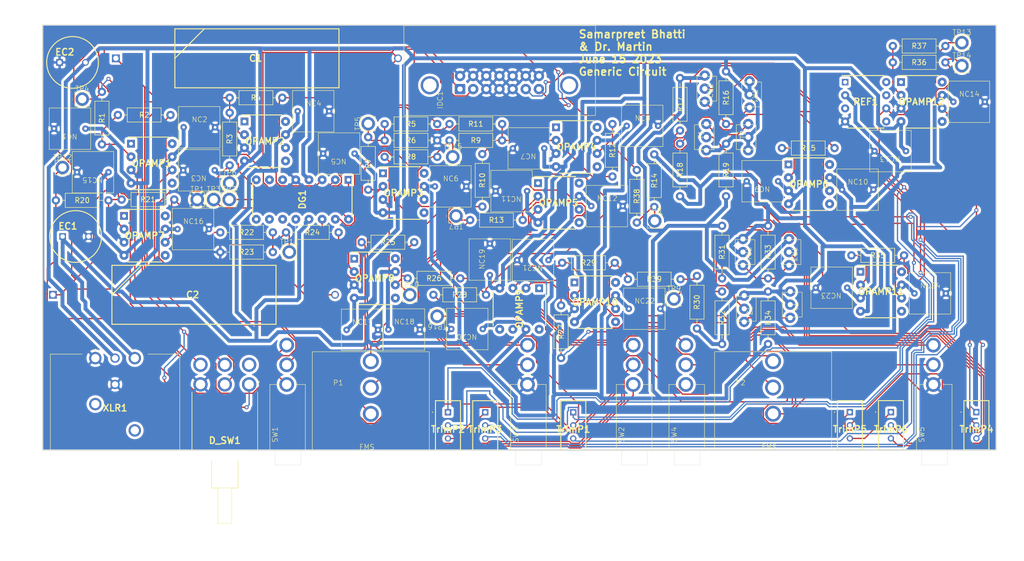
<source format=kicad_pcb>
(kicad_pcb (version 20221018) (generator pcbnew)
  (layers (0 "F.Cu" signal) (31 "B.Cu" signal) (34 "B.Paste" user) (35 "F.Paste" user) (36 "B.SilkS" user "B.Silkscreen") (37 "F.SilkS" user "F.Silkscreen") (38 "B.Mask" user) (39 "F.Mask" user) (44 "Edge.Cuts" user))
  (net 0 "")
  (net 1 "Net-(DG1A-D1)")
  (net 2 "Net-(DG1A-S1)")
  (net 3 "Net-(DG1B-D2)")
  (net 4 "Net-(DG1B-S2)")
  (net 5 "Net-(DG1A-IN1)")
  (net 6 "+15V")
  (net 7 "GND")
  (net 8 "Net-(DG1B-IN2)")
  (net 9 "Net-(D_SW1-B-Pad2)")
  (net 10 "Net-(SW1-C)")
  (net 11 "Net-(IDC1-C-Pad6)")
  (net 12 "Net-(IDC1-C-Pad7)")
  (net 14 "Net-(OPAMP1--)")
  (net 15 "-15V")
  (net 17 "Net-(SW1-A)")
  (net 21 "Net-(OPAMP3--)")
  (net 23 "Net-(OPAMP3-Pad6)")
  (net 25 "Net-(OPAMP4--)")
  (net 27 "Net-(OPAMP4-Pad6)")
  (net 29 "Net-(OPAMP5--)")
  (net 30 "Net-(OPAMP5-+)")
  (net 32 "Net-(SW3-C)")
  (net 34 "Net-(OPAMP6--)")
  (net 39 "Net-(OPAMP8--)")
  (net 41 "Net-(OPAMP8-Pad6)")
  (net 43 "Net-(OPAMP9--)")
  (net 44 "Net-(OPAMP9-+)")
  (net 46 "Net-(SW5-C)")
  (net 48 "Net-(OPAMP10--)")
  (net 50 "Net-(OPAMP10-Pad6)")
  (net 52 "Net-(OPAMP11--)")
  (net 55 "Net-(OPAMP12--)")
  (net 57 "-5V")
  (net 58 "Net-(P1-Pad2)")
  (net 59 "Net-(P2-Pad2)")
  (net 60 "Net-(SW1-B)")
  (net 61 "Net-(R5-Pad2)")
  (net 62 "Net-(SW3-B)")
  (net 63 "Net-(R14-Pad1)")
  (net 64 "Net-(TR1-E)")
  (net 65 "Net-(R17-Pad2)")
  (net 66 "Net-(R18-Pad1)")
  (net 67 "Net-(SW2-B)")
  (net 68 "Net-(R22-Pad2)")
  (net 69 "Net-(SW5-B)")
  (net 70 "Net-(R30-Pad1)")
  (net 71 "Net-(R31-Pad2)")
  (net 72 "Net-(R32-Pad1)")
  (net 73 "Net-(TR3-E)")
  (net 74 "+5V")
  (net 81 "Net-(TR2-B)")
  (net 82 "Net-(TrimP2-Pad3)")
  (net 83 "Net-(T1-B)")
  (net 84 "Net-(TR3-B)")
  (net 85 "Net-(TrimP5-Pad3)")
  (net 86 "Net-(T3-B)")
  (net 87 "Net-(T1-E)")
  (net 88 "Net-(T3-E)")
  (net 99 "Net-(D_SW1-A-Pad1)")
  (footprint "Complex_Op_Amps_Footprints:3296X1104LF -TrimPot" (layer "F.Cu") (at 180.03 146.9875 180)
    (fp_text reference "TrimP5")
    (fp_text value "P/N: 3296X-1-****" hide)
  )
  (footprint "Complex_Op_Amps_Footprints:ELECTROLYTIC CAPACITOR - EEU-EB1C102" (layer "F.Cu") (at 27.385 79.375)
    (fp_text reference "EC2")
    (fp_text value "P/N: EEU-EB1C102" hide)
  )
  (footprint "Complex_Op_Amps_Footprints:R_Axial_DIN0207_L6.3mm_D2.5mm_P10.16mm_Horizontal" (layer "F.Cu") (at 134.1725 101.44 90)
    (fp_text reference "R12")
    (fp_text value "Generic Resistor")
  )
  (footprint "Complex_Op_Amps_Footprints:AV2_Switch" (layer "F.Cu") (at 192.9 154.34 90)
    (fp_text reference "SW5")
    (fp_text value "SPST Switch, P/N: GT12MABE")
    (fp_rect (start -2.88 1) (end 0 6) (stroke (width 0.05)) (fill none) (layer "Edge.Cuts"))
  )
  (footprint "Complex_Op_Amps_Footprints:OPA27GP_Operational_Amplifier" (layer "F.Cu") (at 67.06 94.615)
    (fp_text reference "OPAMP2")
    (fp_text value "P/N: OPA27GP " hide)
  )
  (footprint "GENERAL PROJECT - NUMBER 1 LIBRARY - FOOTPRINTS:TestPoint" (layer "F.Cu") (at 86.995 91.22 90)
    (fp_text reference "TP5")
    (fp_text value "TestPoint")
  )
  (footprint "Complex_Op_Amps_Footprints:R_Axial_DIN0207_L6.3mm_D2.5mm_P10.16mm_Horizontal" (layer "F.Cu") (at 60.235 99.265 90)
    (fp_text reference "R3")
    (fp_text value "Generic Resistor")
  )
  (footprint "Complex_Op_Amps_Footprints:CAPACITOR - 399-4209-ND" (layer "F.Cu") (at 176.435 123.935 180)
    (fp_text reference "NC23")
    (fp_text value "Normal_Capacitor, P/N: 399-4209-ND")
  )
  (footprint "Complex_Op_Amps_Footprints:DPDT Switch" (layer "F.Cu") (at 64 141.626)
    (fp_text reference "D_SW1")
    (fp_text value "P/N: 7101SD9AV2BE" hide)
  )
  (footprint "Complex_Op_Amps_Footprints:CAPACITOR - 399-4209-ND" (layer "F.Cu") (at 102.95 102.345)
    (fp_text reference "NC6")
    (fp_text value "Normal_Capacitor, P/N: 399-4209-ND")
  )
  (footprint "Complex_Op_Amps_Footprints:AV2_Switch" (layer "F.Cu") (at 134.93 154.34 90)
    (fp_text reference "SW2")
    (fp_text value "SPST Switch, P/N: GT12MABE")
    (fp_rect (start -2.88 1) (end 0 6) (stroke (width 0.05)) (fill none) (layer "Edge.Cuts"))
  )
  (footprint "Complex_Op_Amps_Footprints:R_Axial_DIN0207_L6.3mm_D2.5mm_P10.16mm_Horizontal" (layer "F.Cu") (at 147.225 82.39 -90)
    (fp_text reference "R17")
    (fp_text value "Generic Resistor")
  )
  (footprint "Complex_Op_Amps_Footprints:Both_Transisitor" (layer "F.Cu") (at 160.655 83.025 -90)
    (fp_text reference "TR1")
    (fp_text value "Transistor P/N: 2N3904")
  )
  (footprint "Complex_Op_Amps_Footprints:OPA27GP_Operational_Amplifier" (layer "F.Cu") (at 127.2475 95.725)
    (fp_text reference "OPAMP4")
    (fp_text value "P/N: OPA27GP " hide)
  )
  (footprint "Complex_Op_Amps_Footprints:R_Axial_DIN0207_L6.3mm_D2.5mm_P10.16mm_Horizontal" (layer "F.Cu") (at 109.75 124.3 180)
    (fp_text reference "R28")
    (fp_text value "Generic Resistor")
  )
  (footprint "Complex_Op_Amps_Footprints:CAPACITOR - 399-4209-ND" (layer "F.Cu") (at 181.595 102.98)
    (fp_text reference "NC10")
    (fp_text value "Normal_Capacitor, P/N: 399-4209-ND")
  )
  (footprint "Complex_Op_Amps_Footprints:OPA27GP_Operational_Amplifier" (layer "F.Cu") (at 193.885 86.995)
    (fp_text reference "OPAMP12")
    (fp_text value "P/N: OPA27GP " hide)
  )
  (footprint "Complex_Op_Amps_Footprints:R_Axial_DIN0207_L6.3mm_D2.5mm_P10.16mm_Horizontal" (layer "F.Cu") (at 142.24 107.315 90)
    (fp_text reference "R14")
    (fp_text value "Generic Resistor")
  )
  (footprint "GENERAL PROJECT - NUMBER 1 LIBRARY - FOOTPRINTS:TestPoint" (layer "F.Cu") (at 95.035 124.3)
    (fp_text reference "TP10")
    (fp_text value "TestPoint")
  )
  (footprint "GENERAL PROJECT - NUMBER 1 LIBRARY - FOOTPRINTS:TestPoint" (layer "F.Cu") (at 27.94 99.695)
    (fp_text reference "TP12")
    (fp_text value "TestPoint")
  )
  (footprint "Complex_Op_Amps_Footprints:OPA27GP_Operational_Amplifier" (layer "F.Cu") (at 88.265 121.125)
    (fp_text reference "OPAMP8")
    (fp_text value "P/N: OPA27GP " hide)
  )
  (footprint "Complex_Op_Amps_Footprints:R_Axial_DIN0207_L6.3mm_D2.5mm_P10.16mm_Horizontal" (layer "F.Cu") (at 85.725 114.14)
    (fp_text reference "R25")
    (fp_text value "Generic Resistor")
  )
  (footprint "Complex_Op_Amps_Footprints:CAPACITOR - 399-4209-ND" (layer "F.Cu") (at 118.745 118.585 180)
    (fp_text reference "NC21")
    (fp_text value "Normal_Capacitor, P/N: 399-4209-ND")
  )
  (footprint "Complex_Op_Amps_Footprints:R_Axial_DIN0207_L6.3mm_D2.5mm_P10.16mm_Horizontal" (layer "F.Cu") (at 150.495 120.65 -90)
    (fp_text reference "R30")
    (fp_text value "Generic Resistor")
  )
  (footprint "Complex_Op_Amps_Footprints:Both_Transisitor" (layer "F.Cu") (at 168.275 113.505 -90)
    (fp_text reference "TR3")
    (fp_text value "Transistor P/N: 2N3904")
  )
  (footprint "Complex_Op_Amps_Footprints:CAPACITOR - 399-4209-ND" (layer "F.Cu") (at 53.245 110.6)
    (fp_text reference "NC16")
    (fp_text value "Normal_Capacitor, P/N: 399-4209-ND")
  )
  (footprint "Complex_Op_Amps_Footprints:OPA27GP_Operational_Amplifier" (layer "F.Cu") (at 186.055 123.665)
    (fp_text reference "OPAMP11")
    (fp_text value "P/N: OPA27GP " hide)
  )
  (footprint "Complex_Op_Amps_Footprints:R_Axial_DIN0207_L6.3mm_D2.5mm_P10.16mm_Horizontal" (layer "F.Cu") (at 109.035 97.095 -90)
    (fp_text reference "R10")
    (fp_text value "Generic Resistor")
  )
  (footprint "Complex_Op_Amps_Footprints:OPA27GP_Operational_Amplifier" (layer "F.Cu") (at 123.76 106.52)
    (fp_text reference "OPAMP5")
    (fp_text value "P/N: OPA27GP " hide)
  )
  (footprint "Complex_Op_Amps_Footprints:R_Axial_DIN0207_L6.3mm_D2.5mm_P10.16mm_Horizontal" (layer "F.Cu") (at 39.37 105.885)
    (fp_text reference "R21")
    (fp_text value "Generic Resistor")
  )
  (footprint "GENERAL PROJECT - NUMBER 1 LIBRARY - FOOTPRINTS:TestPoint" (layer "F.Cu") (at 60.157 105.885)
    (fp_text reference "TP2")
    (fp_text value "TestPoint")
  )
  (footprint "Complex_Op_Amps_Footprints:R_Axial_DIN0207_L6.3mm_D2.5mm_P10.16mm_Horizontal" (layer "F.Cu") (at 155.34 123.665 -90)
    (fp_text reference "R32")
    (fp_text value "Generic Resistor")
  )
  (footprint "Complex_Op_Amps_Footprints:R_Axial_DIN0207_L6.3mm_D2.5mm_P10.16mm_Horizontal" (layer "F.Cu") (at 102.7 91.28)
    (fp_text reference "R11")
    (fp_text value "Generic Resistor")
  )
  (footprint "GENERAL PROJECT - NUMBER 1 LIBRARY - FOOTPRINTS:TestPoint" (layer "F.Cu") (at 31.755 86.47)
    (fp_text reference "TP4")
    (fp_text value "TestPoint")
  )
  (footprint "Complex_Op_Amps_Footprints:R_Axial_DIN0207_L6.3mm_D2.5mm_P10.16mm_Horizontal" (layer "F.Cu") (at 68.58 116.045 180)
    (fp_text reference "R23")
    (fp_text value "Generic Resistor")
  )
  (footprint "Complex_Op_Amps_Footprints:R_Axial_DIN0207_L6.3mm_D2.5mm_P10.16mm_Horizontal" (layer "F.Cu") (at 156.115 81.12 -90)
    (fp_text reference "R16")
    (fp_text value "Generic Resistor")
  )
  (footprint "Complex_Op_Amps_Footprints:R_Axial_DIN0207_L6.3mm_D2.5mm_P10.16mm_Horizontal" (layer "F.Cu") (at 188.33 79.375)
    (fp_text reference "R36")
    (fp_text value "Generic Resistor")
  )
  (footprint "Complex_Op_Amps_Footprints:CAPACITOR - 399-4209-ND" (layer "F.Cu") (at 140 90.645)
    (fp_text reference "NC8")
    (fp_text value "Normal_Capacitor, P/N: 399-4209-ND")
  )
  (footprint "Complex_Op_Amps_Footprints:Both_Transisitor" (layer "F.Cu") (at 168.51 123.665 -90)
    (fp_text reference "T4")
    (fp_text value "Transistor P/N: 2N3906")
  )
  (footprint "Complex_Op_Amps_Footprints:R_Axial_DIN0207_L6.3mm_D2.5mm_P10.16mm_Horizontal" (layer "F.Cu") (at 198.49 76.2 180)
    (fp_text reference "R37")
    (fp_text value "Generic Resistor")
  )
  (footprint "GENERAL PROJECT - NUMBER 1 LIBRARY - FOOTPRINTS:TestPoint" (layer "F.Cu") (at 60.235 102.71)
    (fp_text reference "TP6")
    (fp_text value "TestPoint")
  )
  (footprint "Complex_Op_Amps_Footprints:CAPACITOR - 399-4209-ND" (layer "F.Cu") (at 76.455 87.81)
    (fp_text reference "NC4")
    (fp_text value "Normal_Capacitor, P/N: 399-4209-ND")
  )
  (footprint "Complex_Op_Amps_Footprints:R_Axial_DIN0207_L6.3mm_D2.5mm_P10.16mm_Horizontal" (layer "F.Cu") (at 100.33 91.28 180)
    (fp_text reference "R5")
    (fp_text value "Generic Resistor")
  )
  (footprint "Complex_Op_Amps_Footprints:CAPACITOR - 399-4209-ND" (layer "F.Cu") (at 81.285 97.995 180)
    (fp_text reference "NC5")
    (fp_text value "Normal_Capacitor, P/N: 399-4209-ND")
  )
  (footprint "Complex_Op_Amps_Footprints:Both_Transisitor" (layer "F.Cu") (at 152 81.915 -90)
    (fp_text reference "TR2")
    (fp_text value "Transistor P/N: 2N3904")
  )
  (footprint "Complex_Op_Amps_Footprints:Polypropylene Capacitor" (layer "F.Cu") (at 26.09 124.3)
    (fp_text reference "C2")
    (fp_text value "~" hide)
  )
  (footprint "Complex_Op_Amps_Footprints:CAPACITOR - 399-4209-ND" (layer "F.Cu") (at 85.9 130.075)
    (fp_text reference "NC17")
    (fp_text value "Normal_Capacitor, P/N: 399-4209-ND")
  )
  (footprint "Complex_Op_Amps_Footprints:CAPACITOR - 399-4209-ND" (layer "F.Cu") (at 187.79 97.52 180)
    (fp_text reference "NC13")
    (fp_text value "Normal_Capacitor, P/N: 399-4209-ND")
  )
  (footprint "Complex_Op_Amps_Footprints:R_Axial_DIN0207_L6.3mm_D2.5mm_P10.16mm_Horizontal" (layer "F.Cu") (at 116.84 109.855 180)
    (fp_text reference "R13")
    (fp_text value "Generic Resistor")
  )
  (footprint "Complex_Op_Amps_Footprints:Male IDC Connector" (layer "F.Cu") (at 93.89 89.645 90)
    (fp_text reference "IDC1")
    (fp_text value "Male 14 Position IDC Connector, Digikey P/N: 609-5970-ND" hide)
  )
  (footprint "Complex_Op_Amps_Footprints:AV2_Switch" (layer "F.Cu") (at 114.5 154.34 90)
    (fp_text reference "SW3")
    (fp_text value "SPST Switch, P/N: GT12MABE")
    (fp_rect (start -2.88 1) (end 0 6) (stroke (width 0.05)) (fill none) (layer "Edge.Cuts"))
  )
  (footprint "Complex_Op_Amps_Footprints:ELECTROLYTIC CAPACITOR - EEU-EB1C102" (layer "F.Cu") (at 27.98 113.03)
    (fp_text reference "EC1")
    (fp_text value "P/N: EEU-EB1C102" hide)
  )
  (footprint "Complex_Op_Amps_Footprints:3296X1104LF -TrimPot" (layer "F.Cu") (at 126.6 147.005 180)
    (fp_text reference "TrimP1")
    (fp_text value "P/N: 3296X-1-****" hide)
  )
  (footprint "Complex_Op_Amps_Footprints:OPA27GP_Operational_Amplifier" (layer "F.Cu") (at 93.82 104.615)
    (fp_text reference "OPAMP3")
    (fp_text value "P/N: OPA27GP " hide)
  )
  (footprint "Complex_Op_Amps_Footprints:REF02CPZ" (layer "F.Cu") (at 183.09 86.995)
    (fp_text reference "REF1")
    (fp_text value "REF02 P/N: REF02CPZ" hide)
  )
  (footprint "Complex_Op_Amps_Footprints:CAPACITOR - 399-4209-ND" (layer "F.Cu") (at 33.75 101.6 180)
    (fp_text reference "NC15")
    (fp_text value "Normal_Capacitor, P/N: 399-4209-ND")
  )
  (footprint "Complex_Op_Amps_Footprints:R_Axial_DIN0207_L6.3mm_D2.5mm_P10.16mm_Horizontal" (layer "F.Cu") (at 38.645 89.54)
    (fp_text reference "R2")
    (fp_text value "Generic Resistor")
  )
  (footprint "Complex_Op_Amps_Footprints:3296X1104LF -TrimPot" (layer "F.Cu") (at 109.59 147.005 180)
    (fp_text reference "TrimP3")
    (fp_text value "P/N: 3296X-1-****" hide)
  )
  (footprint "Complex_Op_Amps_Footprints:R_Axial_DIN0207_L6.3mm_D2.5mm_P10.16mm_Horizontal" (layer "F.Cu") (at 58.42 112.235)
    (fp_text reference "R22")
    (fp_text value "Generic Resistor")
  )
  (footprint "GENERAL PROJECT - NUMBER 1 LIBRARY - FOOTPRINTS:TestPoint" (layer "F.Cu") (at 53.975 105.885)
    (fp_text reference "TP1")
    (fp_text value "TestPoint")
  )
  (footprint "Complex_Op_Amps_Footprints:CAPACITOR - 399-4209-ND" (layer "F.Cu") (at 106.045 131.92 180)
    (fp_text reference "NC20")
    (fp_text value "Normal_Capacitor, P/N: 399-4209-ND")
  )
  (footprint "Complex_Op_Amps_Footprints:Both_Transisitor" (layer "F.Cu") (at 159.62 124.46 -90)
    (fp_text reference "T3")
    (fp_text value "Transistor P/N: 2N3906")
  )
  (footprint "Complex_Op_Amps_Footprints:R_Axial_DIN0207_L6.3mm_D2.5mm_P10.16mm_Horizontal" (layer "F.Cu") (at 90.17 97.63)
    (fp_text reference "R8")
    (fp_text value "Generic Resistor")
  )
  (footprint "Complex_Op_Amps_Footprints:CAPACITOR - 399-4209-ND" (layer "F.Cu") (at 54.425 90.915)
    (fp_text reference "NC2")
    (fp_text value "Normal_Capacitor, P/N: 399-4209-ND")
  )
  (footprint "Complex_Op_Amps_Footprints:R_Axial_DIN0207_L6.3mm_D2.5mm_P10.16mm_Horizontal" (layer "F.Cu") (at 124.25 126.365 -90)
    (fp_text reference "R27")
    (fp_text value "Generic Resistor")
  )
  (footprint "Complex_Op_Amps_Footprints:CAPACITOR - 399-4209-ND" (layer "F.Cu") (at 93.98 130.015)
    (fp_text reference "NC18")
    (fp_text value "Normal_Capacitor, P/N: 399-4209-ND")
  )
  (footprint "GENERAL PROJECT - NUMBER 1 LIBRARY - FOOTPRINTS:TestPoint" (layer "F.Cu") (at 142.335 110.015)
    (fp_text reference "TP8")
    (fp_text value "TestPoint")
  )
  (footprint "Complex_Op_Amps_Footprints:R_Axial_DIN0207_L6.3mm_D2.5mm_P10.16mm_Horizontal" (layer "F.Cu") (at 26.67 106.045)
    (fp_text reference "R20")
    (fp_text value "Generic Resistor")
  )
  (footprint "Complex_Op_Amps_Footprints:Both_Transisitor" (layer "F.Cu") (at 160.395 96.36 90)
    (fp_text reference "T2")
    (fp_text value "Transistor P/N: 2N3906")
  )
  (footprint "Complex_Op_Amps_Footprints:CAPACITOR - 399-4209-ND" (layer "F.Cu") (at 29.31 93.185 180)
    (fp_text reference "NC1")
    (fp_text value "Normal_Capacitor, P/N: 399-4209-ND")
  )
  (footprint "Complex_Op_Amps_Footprints:Polypropylene Capacitor" (layer "F.Cu") (at 38.25 78.58)
    (fp_text reference "C1")
    (fp_text value "~" hide)
  )
  (footprint "Complex_Op_Amps_Footprints:R_Axial_DIN0207_L6.3mm_D2.5mm_P10.16mm_Horizontal" (layer "F.Cu") (at 164.23 133.825 90)
    (fp_text reference "R34")
    (fp_text value "Generic Resistor")
  )
  (footprint "Complex_Op_Amps_Footprints:R_Axial_DIN0207_L6.3mm_D2.5mm_P10.16mm_Horizontal" (layer "F.Cu") (at 124.46 118.11)
    (fp_text reference "R29")
    (fp_text value "Generic Resistor")
  )
  (footprint "Complex_Op_Amps_Footprints:R_Axial_DIN0207_L6.3mm_D2.5mm_P10.16mm_Horizontal" (layer "F.Cu") (at 166.91 95.935)
    (fp_text reference "R15")
    (fp_text value "Generic Resistor")
  )
  (footprint "Complex_Op_Amps_Footprints:R_Axial_DIN0207_L6.3mm_D2.5mm_P10.16mm_Horizontal" (layer "F.Cu") (at 156.115 105.25 90)
    (fp_text reference "R19")
    (fp_text value "Generic Resistor")
  )
  (footprint "Complex_Op_Amps_Footprints:R_Axial_DIN0207_L6.3mm_D2.5mm_P10.16mm_Horizontal" (layer "F.Cu") (at 137.16 121.285)
    (fp_text reference "R39")
    (fp_text value "Generic Resistor")
  )
  (footprint "Complex_Op_Amps_Footprints:OPA27GP_Operational_Amplifier" (layer "F.Cu") (at 172.15 102.92)
    (fp_text reference "OPAMP6")
    (fp_text value "P/N: OPA27GP " hide)
  )
  (footprint "Complex_Op_Amps_Footprints:R_Axial_DIN0207_L6.3mm_D2.5mm_P10.16mm_Horizontal" (layer "F.Cu") (at 60.235 86.2)
    (fp_text reference "R4")
    (fp_text value "Generic Resistor")
  )
  (footprint "Complex_Op_Amps_Footprints:R_Axial_DIN0207_L6.3mm_D2.5mm_P10.16mm_Horizontal" (layer "F.Cu") (at 86.995 93.82 -90)
    (fp_text reference "R7")
    (fp_text value "Generic Resistor")
  )
  (footprint "Complex_Op_Amps_Footprints:R_Axial_DIN0207_L6.3mm_D2.5mm_P10.16mm_Horizontal" (layer "F.Cu") (at 147.225 95.09 -90)
    (fp_text reference "R18")
    (fp_text value "Generic Resistor")
  )
  (footprint "Complex_Op_Amps_Footprints:OPA27GP_Operational_Amplifier" (layer "F.Cu") (at 43.815 112.87)
    (fp_text reference "OPAMP7")
    (fp_text value "P/N: OPA27GP " hide)
  )
  (footprint "Complex_Op_Amps_Footprints:CAPACITOR - 399-4209-ND" (layer "F.Cu") (at 117.925 96.995 180)
    (fp_text reference "NC7")
    (fp_text value "Normal_Capacitor, P/N: 399-4209-ND")
  )
  (footprint "Complex_Op_Amps_Footprints:CAPACITOR - 399-4209-ND" (layer "F.Cu") (at 195.58 123.03)
    (fp_text reference "NC24")
    (fp_text value "Normal_Capacitor, P/N: 399-4209-ND")
  )
  (footprint "Complex_Op_Amps_Footprints:Both_Transisitor" (layer "F.Cu") (at 159.385 113.505 -90)
    (fp_text reference "TR4")
    (fp_text value "Transistor P/N: 2N3904")
  )
  (footprint "Complex_Op_Amps_Footprints:CAPACITOR - 399-4209-ND" (layer "F.Cu") (at 140.415 126)
    (fp_text reference "NC22")
    (fp_text value "Normal_Capacitor, P/N: 399-4209-ND")
  )
  (footprint "Complex_Op_Amps_Footprints:OPA27GP_Operational_Amplifier" (layer "F.Cu") (at 130.81 125.73)
    (fp_text reference "OPAMP10")
    (fp_text value "P/N: OPA27GP " hide)
  )
  (footprint "Complex_Op_Amps_Footprints:CAPACITOR - 399-4209-ND" (layer "F.Cu") (at 203.105 85.995)
    (fp_text reference "NC14")
    (fp_text value "Normal_Capacitor, P/N: 399-4209-ND")
  )
  (footprint "Complex_Op_Amps_Footprints:R_Axial_DIN0207_L6.3mm_D2.5mm_P10.16mm_Horizontal" (layer "F.Cu") (at 180.34 116.68)
    (fp_text reference "R35")
    (fp_text value "Generic Resistor")
  )
  (footprint "Complex_Op_Amps_Footprints:3296X1104LF -TrimPot" (layer "F.Cu") (at 187.96 146.9875 180)
    (fp_text reference "TrimP6")
    (fp_text value "P/N: 3296X-1-****" hide)
  )
  (footprint "GENERAL PROJECT - NUMBER 1 LIBRARY - FOOTPRINTS:TestPoint" (layer "F.Cu") (at 103.32 97.63)
    (fp_text reference "TP15")
    (fp_text value "TestPoint")
  )
  (footprint "Complex_Op_Amps_Footprints:CAPACITOR - 399-4209-ND" (layer "F.Cu") (at 163.1 103.345 180)
    (fp_text reference "NC9")
    (fp_text value "Normal_Capacitor, P/N: 399-4209-ND")
  )
  (footprint "Complex_Op_Amps_Footprints:R_Axial_DIN0207_L6.3mm_D2.5mm_P10.16mm_Horizontal" (layer "F.Cu") (at 94.615 121.125)
    (fp_text reference "R26")
    (fp_text value "Generic Resistor")
  )
  (footprint "Complex_Op_Amps_Footprints:R_Axial_DIN0207_L6.3mm_D2.5mm_P10.16mm_Horizontal" (layer "F.Cu") (at 138.88 100.17 -90)
    (fp_text reference "R38")
    (fp_text value "Generic Resistor")
  )
  (footprint "Complex_Op_Amps_Footprints:R_Axial_DIN0207_L6.3mm_D2.5mm_P10.16mm_Horizontal" (layer "F.Cu") (at 71.12 112.235)
    (fp_text reference "R24")
    (fp_text value "Generic Resistor")
  )
  (footprint "GENERAL PROJECT - NUMBER 1 LIBRARY - FOOTPRINTS:TestPoint" (layer "F.Cu") (at 201.665 80.01)
    (fp_text reference "TP14")
    (fp_text value "TestPoint")
  )
  (footprint "Complex_Op_Amps_Footprints:Both_Transisitor" (layer "F.Cu") (at 152.305 96.36 90)
    (fp_text reference "T1")
    (fp_text value "Transistor P/N: 2N3906")
  )
  (footprint "GENERAL PROJECT - NUMBER 1 LIBRARY - FOOTPRINTS:TestPoint" (layer "F.Cu") (at 57.15 105.885)
    (fp_text reference "TP3")
    (fp_text value "TestPoint")
  )
  (footprint "Complex_Op_Amps_Footprints:OPA27GP_Operational_Amplifier" (layer "F.Cu") (at 45.155 98.9)
    (fp_text reference "OPAMP1")
    (fp_text value "P/N: OPA27GP " hide)
  )
  (footprint "Complex_Op_Amps_Footprints:ADG201AKNZ" (layer "F.Cu") (at 74.283 105.885 -90)
    (fp_text reference "DG1")
    (fp_text value "P/N: ADG201AKNZ" hide)
  )
  (footprint "Complex_Op_Amps_Footprints:R_Axial_DIN0207_L6.3mm_D2.5mm_P10.16mm_Horizontal" (layer "F.Cu") (at 155.34 110.965 -90)
    (fp_text reference "R31")
    (fp_text value "Generic Resistor")
  )
  (footprint "Complex_Op_Amps_Footprints:Potentiometer" (layer "F.Cu") (at 76.2 135.31)
    (fp_text reference "P1")
    (fp_text value "Potentiometer P/N: 3590P-2-***L")
  )
  (footprint "GENERAL PROJECT - NUMBER 1 LIBRARY - FOOTPRINTS:TestPoint" (layer "F.Cu") (at 100.3108 128.44356 180)
    (fp_text reference "TP16")
    (fp_text value "TestPoint")
  )
  (footprint "Complex_Op_Amps_Footprints:R_Axial_DIN0207_L6.3mm_D2.5mm_P10.16mm_Horizontal" (layer "F.Cu") (at 35.565 85.06 -90)
    (fp_text reference "R1")
    (fp_text value "Generic Resistor")
  )
  (footprint "Complex_Op_Amps_Footprints:OPA27GP_Operational_Amplifier" (layer "F.Cu") (at 116.205 127 -90)
    (fp_text reference "OPAMP9")
    (fp_text value "P/N: OPA27GP " hide)
  )
  (footprint "Complex_Op_Amps_Footprints:AV2_Switch" (layer "F.Cu") (at 68 154.34 90)
    (fp_text reference "SW1")
    (fp_text value "SPST Switch, P/N: GT12MABE")
    (fp_rect (start -2.88 1) (end 0 6) (stroke (width 0.05)) (fill none) (layer "Edge.Cuts"))
  )
  (footprint "Complex_Op_Amps_Footprints:Potentiometer" (layer "F.Cu") (at 153.9 135.2925)
    (fp_text reference "P2")
    (fp_text value "Potentiometer P/N: 3590P-2-***L")
  )
  (footprint "GENERAL PROJECT - NUMBER 1 LIBRARY - FOOTPRINTS:TestPoint" (layer "F.Cu") (at 103.955 109.06 180)
    (fp_text reference "TP7")
    (fp_text value "TestPoint")
  )
  (footprint "Complex_Op_Amps_Footprints:CAPACITOR - 399-4209-ND" (layer "F.Cu") (at 133.165 106.155)
    (fp_text reference "NC12")
    (fp_text value "Normal_Capacitor, P/N: 399-4209-ND")
  )
  (footprint "Complex_Op_Amps_Footprints:3296X1104LF -TrimPot" (layer "F.Cu") (at 204.47 146.9875 180)
    (fp_text reference "TrimP4")
    (fp_text value "P/N: 3296X-1-****" hide)
  )
  (footprint "Complex_Op_Amps_Footprints:CAPACITOR - 399-4209-ND" (layer "F.Cu") (at 109.49 117.41 90)
    (fp_text reference "NC19")
    (fp_text value "Normal_Capacitor, P/N: 399-4209-ND")
  )
  (footprint "Complex_Op_Amps_Footprints:R_Axial_DIN0207_L6.3mm_D2.5mm_P10.16mm_Horizontal" (layer "F.Cu") (at 164.23 110.965 -90)
    (fp_text reference "R33")
    (fp_text value "Generic Resistor")
  )
  (footprint "Complex_Op_Amps_Footprints:R_Axial_DIN0207_L6.3mm_D2.5mm_P10.16mm_Horizontal" (layer "F.Cu") (at 100.33 94.455 180)
    (fp_text reference "R6")
    (fp_text value "Generic Resistor")
  )
  (footprint "Complex_Op_Amps_Footprints:CAPACITOR - 399-4209-ND" (layer "F.Cu") (at 54.265 101.23 180)
    (fp_text reference "NC3")
    (fp_text value "Normal_Capacitor, P/N: 399-4209-ND")
  )
  (footprint "Complex_Op_Amps_Footprints:R_Axial_DIN0207_L6.3mm_D2.5mm_P10.16mm_Horizontal" (layer "F.Cu") (at 102.7 94.455)
    (fp_text reference "R9")
    (fp_text value "Generic Resistor")
  )
  (footprint "Complex_Op_Amps_Footprints:3296X1104LF -TrimPot" (layer "F.Cu") (at 102.4 147.005 180)
    (fp_text reference "TrimP2")
    (fp_text value "P/N: 3296X-1-****" hide)
  )
  (footprint "GENERAL PROJECT - NUMBER 1 LIBRARY - FOOTPRINTS:TestPoint" (layer "F.Cu") (at 201.665 75.565)
    (fp_text reference "TP13")
    (fp_text value "TestPoint")
  )
  (footprint "Complex_Op_Amps_Footprints:AV2_Switch" (layer "F.Cu") (at 145.09 154.34 90)
    (fp_text reference "SW4")
    (fp_text value "SPST Switch, P/N: GT12MABE")
    (fp_rect (start -2.88 1) (end 0 6) (stroke (width 0.05)) (fill none) (layer "Edge.Cuts"))
  )
  (footprint "Complex_Op_Amps_Footprints:CAPACITOR - 399-4209-ND" (layer "F.Cu") (at 114.61 105.25 180)
    (fp_text reference "NC11")
    (fp_text value "Normal_Capacitor, P/N: 399-4209-ND")
  )
  (footprint "GENERAL PROJECT - NUMBER 1 LIBRARY - FOOTPRINTS:NC3MBH" (layer "F.Cu") (at 34.29 136.546 180)
    (fp_text reference "XLR1")
    (fp_text value "XLR P/N: NC3MBH" hide)
  )
  (footprint "GENERAL PROJECT - NUMBER 1 LIBRARY - FOOTPRINTS:TestPoint" (layer "F.Cu") (at 71.755 116.045)
    (fp_text reference "TP11")
    (fp_text value "TestPoint")
  )
  (footprint "GENERAL PROJECT - NUMBER 1 LIBRARY - FOOTPRINTS:TestPoint" (layer "F.Cu") (at 146.05 125.095)
    (fp_text reference "TP9")
    (fp_text value "TestPoint")
  )
  (gr_rect (start 24.13 72.165) (end 208.28 154.31) (stroke (width 0.2)) (fill none) (layer "Edge.Cuts"))
  (gr_text "Samarpreet Bhatti\n& Dr. Martin\nJune 15 2023\nGeneric Circuit\n" (at 127.508 82.042) (layer "F.SilkS") (effects (font (size 1.5 1.5) (thickness 0.3) bold) (justify left bottom)))
  (segment (start 43.815 86.995) (end 43.815 122.331) (width 0.25) (layer "F.Cu") (net 1))
  (segment (start 60.235 89.105) (end 60.235 91.125) (width 0.25) (layer "F.Cu") (net 1))
  (segment (start 45.87 86.2) (end 38.25 78.58) (width 0.25) (layer "F.Cu") (net 1))
  (segment (start 60.235 89.105) (end 60.235 86.2) (width 0.25) (layer "F.Cu") (net 1))
  (segment (start 60.707396 97.155) (end 63.502915 97.155) (width 0.25) (layer "F.Cu") (net 1))
  (segment (start 60.235 86.2) (end 45.87 86.2) (width 0.25) (layer "F.Cu") (net 1))
  (segment (start 63.502915 97.155) (end 66.746 100.398085) (width 0.25) (layer "F.Cu") (net 1))
  (segment (start 43.815 122.331) (end 59.3 137.816) (width 0.25) (layer "F.Cu") (net 1))
  (segment (start 66.746 100.398085) (end 66.746 102.559701) (width 0.25) (layer "F.Cu") (net 1))
  (segment (start 43.815 84.145) (end 43.815 86.995) (width 0.25) (layer "F.Cu") (net 1))
  (segment (start 50.547396 86.995) (end 60.707396 97.155) (width 0.25) (layer "F.Cu") (net 1))
  (segment (start 38.25 78.58) (end 43.815 84.145) (width 0.25) (layer "F.Cu") (net 1))
  (segment (start 43.815 86.995) (end 50.547396 86.995) (width 0.25) (layer "F.Cu") (net 1))
  (segment (start 68.326299 104.14) (end 78.578 104.14) (width 0.25) (layer "F.Cu") (net 1))
  (segment (start 66.746 102.559701) (end 68.326299 104.14) (width 0.25) (layer "F.Cu") (net 1))
  (segment (start 78.578 104.14) (end 80.645 102.073) (width 0.25) (layer "F.Cu") (net 1))
  (segment (start 60.235 91.125) (end 63.09 93.98) (width 0.25) (layer "F.Cu") (net 1))
  (segment (start 36.69 84.895) (end 36.69 84.594009) (width 0.25) (layer "F.Cu") (net 2))
  (segment (start 95.885 76.835) (end 92.075 76.835) (width 0.25) (layer "F.Cu") (net 2))
  (segment (start 66.675 77.47) (end 91.44 77.47) (width 0.25) (layer "F.Cu") (net 2))
  (segment (start 66.04 76.835) (end 66.675 77.47) (width 0.25) (layer "F.Cu") (net 2))
  (segment (start 85.13 86.2) (end 92.75 78.58) (width 0.25) (layer "F.Cu") (net 2))
  (segment (start 76.926 103.248) (end 69.978299 103.248) (width 0.25) (layer "F.Cu") (net 2))
  (segment (start 70.395 86.2) (end 69.84 86.755) (width 0.25) (layer "F.Cu") (net 2))
  (segment (start 100.33 91.28) (end 95.885 86.835) (width 0.25) (layer "F.Cu") (net 2))
  (segment (start 91.44 77.47) (end 91.64 77.47) (width 0.25) (layer "F.Cu") (net 2))
  (segment (start 69.84 86.755) (end 69.84 94.695) (width 0.25) (layer "F.Cu") (net 2))
  (segment (start 69.978299 103.248) (end 69.215 102.484701) (width 0.25) (layer "F.Cu") (net 2))
  (segment (start 69.215 100.771097) (end 66.675 98.231097) (width 0.25) (layer "F.Cu") (net 2))
  (segment (start 35.375 81.466396) (end 36.01 80.831396) (width 0.25) (layer "F.Cu") (net 2))
  (segment (start 70.395 86.2) (end 85.13 86.2) (width 0.25) (layer "F.Cu") (net 2))
  (segment (start 42.545 104.805) (end 42.375 104.635) (width 0.25) (layer "F.Cu") (net 2))
  (segment (start 42.545 90.75) (end 36.69 84.895) (width 0.25) (layer "F.Cu") (net 2))
  (segment (start 36.01 80.831396) (end 36.01 76.835) (width 0.25) (layer "F.Cu") (net 2))
  (segment (start 69.84 94.695) (end 71.03 95.885) (width 0.25) (layer "F.Cu") (net 2))
  (segment (start 66.675 98.231097) (end 66.675 77.47) (width 0.25) (layer "F.Cu") (net 2))
  (segment (start 69.215 102.484701) (end 69.215 100.771097) (width 0.25) (layer "F.Cu") (net 2))
  (segment (start 42.375 100.662915) (end 42.545 100.492915) (width 0.25) (layer "F.Cu") (net 2))
  (segment (start 41.925 105.425) (end 42.545 104.805) (width 0.25) (layer "F.Cu") (net 2))
  (segment (start 95.885 86.835) (end 95.885 76.835) (width 0.25) (layer "F.Cu") (net 2))
  (segment (start 35.375 83.279009) (end 35.375 81.466396) (width 0.25) (layer "F.Cu") (net 2))
  (segment (start 54.6 137.816) (end 41.925 125.141) (width 0.25) (layer "F.Cu") (net 2))
  (segment (start 91.64 77.47) (end 92.75 78.58) (width 0.25) (layer "F.Cu") (net 2))
  (segment (start 36.01 76.835) (end 66.04 76.835) (width 0.25) (layer "F.Cu") (net 2))
  (segment (start 42.545 100.492915) (end 42.545 90.75) (width 0.25) (layer "F.Cu") (net 2))
  (segment (start 41.925 125.141) (end 41.925 105.425) (width 0.25) (layer "F.Cu") (net 2))
  (segment (start 36.69 84.594009) (end 35.375 83.279009) (width 0.25) (layer "F.Cu") (net 2))
  (segment (start 92.075 76.835) (end 91.44 77.47) (width 0.25) (layer "F.Cu") (net 2))
  (segment (start 78.101 102.073) (end 76.926 103.248) (width 0.25) (layer "F.Cu") (net 2))
  (segment (start 42.375 104.635) (end 42.375 100.662915) (width 0.25) (layer "F.Cu") (net 2))
  (segment (start 125.707954 87.652046) (end 125.685908 87.63) (width 0.25) (layer "F.Cu") (net 3))
  (segment (start 82.566 99.298) (end 84.366 101.098) (width 0.25) (layer "F.Cu") (net 3))
  (segment (start 67.495 151.638) (end 60.834396 151.638) (width 0.25) (layer "F.Cu") (net 3))
  (segment (start 27.465 124.3) (end 28.575 123.19) (width 0.25) (layer "F.Cu") (net 3))
  (segment (start 125.848831 152.654) (end 110.341169 152.654) (width 0.25) (layer "F.Cu") (net 3))
  (segment (start 67.758604 151.95) (end 67.495 151.686396) (width 0.25) (layer "F.Cu") (net 3))
  (segment (start 148.3425 137.83) (end 155.541396 137.83) (width 0.25) (layer "F.Cu") (net 3))
  (segment (start 36.195 104.14) (end 38.1 104.14) (width 0.25) (layer "F.Cu") (net 3))
  (segment (start 126.213331 153.0185) (end 125.848831 152.654) (width 0.25) (layer "F.Cu") (net 3))
  (segment (start 101.322688 153.0185) (end 100.254188 151.95) (width 0.25) (layer "F.Cu") (net 3))
  (segment (start 110.341169 152.654) (end 109.976669 153.0185) (width 0.25) (layer "F.Cu") (net 3))
  (segment (start 119.317701 79.947701) (end 114.221396 74.851396) (width 0.25) (layer "F.Cu") (net 3))
  (segment (start 155.541396 137.83) (end 158.093896 135.2775) (width 0.25) (layer "F.Cu") (net 3))
  (segment (start 82.566 92.505396) (end 82.566 99.298) (width 0.25) (layer "F.Cu") (net 3))
  (segment (start 28.575 123.19) (end 30.48 121.285) (width 0.25) (layer "F.Cu") (net 3))
  (segment (start 29.718 99.174902) (end 29.718 120.523) (width 0.25) (layer "F.Cu") (net 3))
  (segment (start 138.907374 136.08) (end 137.337626 136.08) (width 0.25) (layer "F.Cu") (net 3))
  (segment (start 39.37 105.885) (end 36.99 105.885) (width 0.25) (layer "F.Cu") (net 3))
  (segment (start 122.402701 79.947701) (end 119.317701 79.947701) (width 0.25) (layer "F.Cu") (net 3))
  (segment (start 38.735 105.25) (end 38.735 104.775) (width 0.25) (layer "F.Cu") (net 3))
  (segment (start 139.9325 137.105126) (end 138.907374 136.08) (width 0.25) (layer "F.Cu") (net 3))
  (segment (start 100.254188 151.95) (end 67.758604 151.95) (width 0.25) (layer "F.Cu") (net 3))
  (segment (start 94.428604 88.08) (end 86.991396 88.08) (width 0.25) (layer "F.Cu") (net 3))
  (segment (start 137.337626 136.08) (end 135.9825 137.435126) (width 0.25) (layer "F.Cu") (net 3))
  (segment (start 109.976669 153.0185) (end 101.322688 153.0185) (width 0.25) (layer "F.Cu") (net 3))
  (segment (start 29.718 120.523) (end 30.48 121.285) (width 0.25) (layer "F.Cu") (net 3))
  (segment (start 36.83 106.045) (end 36.83 108.585) (width 0.25) (layer "F.Cu") (net 3))
  (segment (start 139.9325 137.3925) (end 139.9325 137.105126) (width 0.25) (layer "F.Cu") (net 3))
  (segment (start 158.093896 135.2775) (end 167.024708 135.2775) (width 0.25) (layer "F.Cu") (net 3))
  (segment (start 167.956104 144.671396) (end 167.64 144.9875) (width 0.25) (layer "F.Cu") (net 3))
  (segment (start 167.024708 135.2775) (end 167.956104 136.208896) (width 0.25) (layer "F.Cu") (net 3))
  (segment (start 127.650104 153.0185) (end 126.213331 153.0185) (width 0.25) (layer "F.Cu") (net 3))
  (segment (start 37.552159 123.19) (end 28.575 123.19) (width 0.25) (layer "F.Cu") (net 3))
  (segment (start 135.9825 137.435126) (end 135.9825 144.686104) (width 0.25) (layer "F.Cu") (net 3))
  (segment (start 102.715991 92.855) (end 99.203604 92.855) (width 0.25) (layer "F.Cu") (net 3))
  (segment (start 123.717701 81.262701) (end 122.402701 79.947701) (width 0.25) (layer "F.Cu") (net 3))
  (segment (start 39.37 105.885) (end 38.735 105.25) (width 0.25) (layer "F.Cu") (net 3))
  (segment (start 30.48 121.285) (end 33.9425 117.8225) (width 0.25) (layer "F.Cu") (net 3))
  (segment (start 84.366 101.098) (end 84.366 110.183701) (width 0.25) (layer "F.Cu") (net 3))
  (segment (start 135.9825 144.686104) (end 127.650104 153.0185) (width 0.25) (layer "F.Cu") (net 3))
  (segment (start 107.940991 87.63) (end 102.715991 92.855) (width 0.25) (layer "F.Cu") (net 3))
  (segment (start 26.67 124.3) (end 27.465 124.3) (width 0.25) (layer "F.Cu") (net 3))
  (segment (start 167.64 144.9875) (end 147.5275 144.9875) (width 0.25) (layer "F.Cu") (net 3))
  (segment (start 147.5275 144.9875) (end 139.9325 137.3925) (width 0.25) (layer "F.Cu") (net 3))
  (segment (start 99.203604 92.855) (end 94.428604 88.08) (width 0.25) (layer "F.Cu") (net 3))
  (segment (start 125.685908 87.63) (end 107.940991 87.63) (width 0.25) (layer "F.Cu") (net 3))
  (segment (start 50.8 141.603604) (end 50.8 136.437841) (width 0.25) (layer "F.Cu") (net 3))
  (segment (start 36.83 108.585) (end 39.845 111.6) (width 0.25) (layer "F.Cu") (net 3))
  (segment (start 24.765 74.851396) (end 24.765 94.221902) (width 0.25) (layer "F.Cu") (net 3))
  (segment (start 38.1 104.14) (end 38.735 104.775) (width 0.25) (layer "F.Cu") (net 3))
  (segment (start 50.8 136.437841) (end 37.552159 123.19) (width 0.25) (layer "F.Cu") (net 3))
  (segment (start 84.366 110.183701) (end 83.677701 110.872) (width 0.25) (layer "F.Cu") (net 3))
  (segment (start 83.677701 110.872) (end 82.704299 110.872) (width 0.25) (layer "F.Cu") (net 3))
  (segment (start 33.9425 117.8225) (end 33.9425 106.3925) (width 0.25) (layer "F.Cu") (net 3))
  (segment (start 167.956104 136.208896) (end 167.956104 144.671396) (width 0.25) (layer "F.Cu") (net 3))
  (segment (start 114.221396 74.851396) (end 24.765 74.851396) (width 0.25) (layer "F.Cu") (net 3))
  (segment (start 86.991396 88.08) (end 82.566 92.505396) (width 0.25) (layer "F.Cu") (net 3))
  (segment (start 67.495 151.686396) (end 67.495 151.638) (width 0.25) (layer "F.Cu") (net 3))
  (segment (start 33.9425 106.3925) (end 36.195 104.14) (width 0.25) (layer "F.Cu") (net 3))
  (segment (start 81.529299 109.697) (end 80.645 109.697) (width 0.25) (layer "F.Cu") (net 3))
  (segment (start 82.704299 110.872) (end 81.529299 109.697) (width 0.25) (layer "F.Cu") (net 3))
  (segment (start 24.765 94.221902) (end 29.718 99.174902) (width 0.25) (layer "F.Cu") (net 3))
  (segment (start 60.834396 151.638) (end 50.8 141.603604) (width 0.25) (layer "F.Cu") (net 3))
  (via (at 125.707954 87.652046) (size 0.8) (drill 0.4) (layers "F.Cu" "B.Cu") (net 3))
  (via (at 123.717701 81.262701) (size 0.8) (drill 0.4) (layers "F.Cu" "B.Cu") (net 3))
  (segment (start 123.735 84.654494) (end 124.46 85.379494) (width 0.25) (layer "B.Cu") (net 3))
  (segment (start 123.717701 81.262701) (end 123.735 81.28) (width 0.25) (layer "B.Cu") (net 3))
  (segment (start 123.735 81.28) (end 123.735 84.654494) (width 0.25) (layer "B.Cu") (net 3))
  (segment (start 124.46 85.379494) (end 124.46 86.404092) (width 0.25) (layer "B.Cu") (net 3))
  (segment (start 124.46 86.404092) (end 125.707954 87.652046) (width 0.25) (layer "B.Cu") (net 3))
  (segment (start 124.697085 104.06) (end 127.237085 106.6) (width 0.25) (layer "F.Cu") (net 4))
  (segment (start 73.66 123.19) (end 78.101 118.749) (width 0.25) (layer "F.Cu") (net 4))
  (segment (start 105.781396 112.66) (end 100.965 117.476396) (width 0.25) (layer "F.Cu") (net 4))
  (segment (start 85.485 120.347915) (end 85.485 116.415) (width 0.25) (layer "F.Cu") (net 4))
  (segment (start 128.92 108.33) (end 128.27 108.98) (width 0.25) (layer "F.Cu") (net 4))
  (segment (start 86.36 102.235) (end 86.36 99.849009) (width 0.25) (layer "F.Cu") (net 4))
  (segment (start 119.071752 104.06) (end 124.697085 104.06) (width 0.25) (layer "F.Cu") (net 4))
  (segment (start 85.87 102.725) (end 86.36 102.235) (width 0.25) (layer "F.Cu") (net 4))
  (segment (start 57.31 112.235) (end 56.511636 113.033364) (width 0.25) (layer "F.Cu") (net 4))
  (segment (start 80.59 124.3) (end 74.77 124.3) (width 0.25) (layer "F.Cu") (net 4))
  (segment (start 85.87 112.25) (end 85.87 102.725) (width 0.25) (layer "F.Cu") (net 4))
  (segment (start 128.92 107.297085) (end 128.92 108.33) (width 0.25) (layer "F.Cu") (net 4))
  (segment (start 120.295522 127.54356) (end 126.286962 133.535) (width 0.25) (layer "F.Cu") (net 4))
  (segment (start 92.075 106.045) (end 96.52 110.49) (width 0.25) (layer "F.Cu") (net 4))
  (segment (start 56.511636 113.033364) (end 58.114643 114.63637) (width 0.25) (layer "F.Cu") (net 4))
  (segment (start 65.10637 114.63637) (end 73.66 123.19) (width 0.25) (layer "F.Cu") (net 4))
  (segment (start 126.286962 133.535) (end 134.283438 133.535) (width 0.25) (layer "F.Cu") (net 4))
  (segment (start 100.965 117.476396) (end 100.965 123.825) (width 0.25) (layer "F.Cu") (net 4))
  (segment (start 128.222915 106.6) (end 128.92 107.297085) (width 0.25) (layer "F.Cu") (net 4))
  (segment (start 85.485 116.415) (end 84.6 115.53) (width 0.25) (layer "F.Cu") (net 4))
  (segment (start 106.553 104.775) (end 108.458 102.87) (width 0.25) (layer "F.Cu") (net 4))
  (segment (start 104.68356 127.54356) (end 120.295522 127.54356) (width 0.25) (layer "F.Cu") (net 4))
  (segment (start 136.898438 130.92) (end 145.2425 130.92) (width 0.25) (layer "F.Cu") (net 4))
  (segment (start 54.912 112.316) (end 55.42 112.316) (width 0.25) (layer "F.Cu") (net 4))
  (segment (start 92.075 97.944009) (end 92.075 106.045) (width 0.25) (layer "F.Cu") (net 4))
  (segment (start 56.137364 113.033364) (end 56.511636 113.033364) (width 0.25) (layer "F.Cu") (net 4))
  (segment (start 58.42 112.235) (end 57.31 112.235) (width 0.25) (layer "F.Cu") (net 4))
  (segment (start 54.864 111.219) (end 54.864 112.268) (width 0.25) (layer "F.Cu") (net 4))
  (segment (start 84.6 115.53) (end 84.6 113.52) (width 0.25) (layer "F.Cu") (net 4))
  (segment (start 98.423604 110.49) (end 104.138604 104.775) (width 0.25) (layer "F.Cu") (net 4))
  (segment (start 49.022 106.393) (end 49.022 112.903) (width 0.25) (layer "F.Cu") (net 4))
  (segment (start 128.27 108.98) (end 127.237085 108.98) (width 0.25) (layer "F.Cu") (net 4))
  (segment (start 123.557085 112.66) (end 105.781396 112.66) (width 0.25) (layer "F.Cu") (net 4))
  (segment (start 117.881752 102.87) (end 119.071752 104.06) (width 0.25) (layer "F.Cu") (net 4))
  (segment (start 84.787915 121.045) (end 85.485 120.347915) (width 0.25) (layer "F.Cu") (net 4))
  (segment (start 108.458 102.87) (end 117.881752 102.87) (width 0.25) (layer "F.Cu") (net 4))
  (segment (start 54.864 112.268) (end 54.912 112.316) (width 0.25) (layer "F.Cu") (net 4))
  (segment (start 90.635991 96.505) (end 92.075 97.944009) (width 0.25) (layer "F.Cu") (net 4))
  (segment (start 78.101 118.749) (end 78.101 109.697) (width 0.25) (layer "F.Cu") (net 4))
  (segment (start 134.283438 133.535) (end 136.898438 130.92) (width 0.25) (layer "F.Cu") (net 4))
  (segment (start 89.704009 96.505) (end 90.635991 96.505) (width 0.25) (layer "F.Cu") (net 4))
  (segment (start 127.237085 108.98) (end 123.557085 112.66) (width 0.25) (layer "F.Cu") (net 4))
  (segment (start 83.58 121.045) (end 84.787915 121.045) (width 0.25) (layer "F.Cu") (net 4))
  (segment (start 100.965 123.825) (end 104.68356 127.54356) (width 0.25) (layer "F.Cu") (net 4))
  (segment (start 58.114643 114.63637) (end 65.10637 114.63637) (width 0.25) (layer "F.Cu") (net 4))
  (segment (start 55.42 112.316) (end 56.137364 113.033364) (width 0.25) (layer "F.Cu") (net 4))
  (segment (start 96.52 110.49) (end 98.423604 110.49) (width 0.25) (layer "F.Cu") (net 4))
  (segment (start 49.022 112.903) (end 47.785 114.14) (width 0.25) (layer "F.Cu") (net 4))
  (segment (start 78.101 115.566) (end 83.58 121.045) (width 0.25) (layer "F.Cu") (net 4))
  (segment (start 145.2425 130.92) (end 148.3425 134.02) (width 0.25) (layer "F.Cu") (net 4))
  (segment (start 49.34 106.075) (end 49.022 106.393) (width 0.25) (layer "F.Cu") (net 4))
  (segment (start 127.237085 106.6) (end 128.222915 106.6) (width 0.25) (layer "F.Cu") (net 4))
  (segment (start 104.138604 104.775) (end 106.553 104.775) (width 0.25) (layer "F.Cu") (net 4))
  (segment (start 84.6 113.52) (end 85.87 112.25) (width 0.25) (layer "F.Cu") (net 4))
  (segment (start 49.53 105.885) (end 54.864 111.219) (width 0.25) (layer "F.Cu") (net 4))
  (segment (start 86.36 99.849009) (end 89.704009 96.505) (width 0.25) (layer "F.Cu") (net 4))
  (segment (start 74.77 124.3) (end 73.66 123.19) (width 0.25) (layer "F.Cu") (net 4))
  (segment (start 60.157 105.885) (end 81.44 105.885) (width 0.25) (layer "F.Cu") (net 5))
  (segment (start 83.191 104.134) (end 83.191 102.073) (width 0.25) (layer "F.Cu") (net 5))
  (segment (start 81.44 105.885) (end 83.191 104.134) (width 0.25) (layer "F.Cu") (net 5))
  (segment (start 92.235 119.855) (end 90.795 121.295) (width 0.75) (layer "B.Cu") (net 6))
  (segment (start 139.192 96.012) (end 142.24 92.964) (width 0.75) (layer "B.Cu") (net 6))
  (segment (start 180.288532 107.315) (end 180.288532 109.275) (width 0.75) (layer "B.Cu") (net 6))
  (segment (start 87.79 133.985) (end 88.74 133.985) (width 0.75) (layer "B.Cu") (net 6))
  (segment (start 151.525 82.39) (end 152 81.915) (width 0.75) (layer "B.Cu") (net 6))
  (segment (start 154.802 119.75) (end 155.909544 119.75) (width 0.75) (layer "B.Cu") (net 6))
  (segment (start 31.75 121.92) (end 31.75 125.095) (width 0.75) (layer "B.Cu") (net 6))
  (segment (start 140.46 110.791651) (end 140.46 99.805456) (width 0.75) (layer "B.Cu") (net 6))
  (segment (start 155.909544 119.75) (end 157.571544 121.412) (width 0.75) (layer "B.Cu") (net 6))
  (segment (start 196.415 98.625) (end 196.415 87.165) (width 0.75) (layer "B.Cu") (net 6))
  (segment (start 88.74 133.985) (end 89.121 133.604) (width 0.75) (layer "B.Cu") (net 6))
  (segment (start 180.288532 109.275) (end 187.325 116.311468) (width 0.75) (layer "B.Cu") (net 6))
  (segment (start 197.485 99.695) (end 196.415 98.625) (width 0.75) (layer "B.Cu") (net 6))
  (segment (start 116.11395 147.636) (end 122.744 147.636) (width 0.75) (layer "B.Cu") (net 6))
  (segment (start 86.868 128.778) (end 89.535 126.111) (width 0.75) (layer "B.Cu") (net 6))
  (segment (start 177.085 101.6) (end 178.515 103.03) (width 0.75) (layer "B.Cu") (net 6))
  (segment (start 27.98 113.545) (end 38.1 123.665) (width 0.75) (layer "B.Cu") (net 6))
  (segment (start 200.025 86.995) (end 198.755 85.725) (width 0.75) (layer "B.Cu") (net 6))
  (segment (start 47.625 99.695) (end 47.625 106.68) (width 0.75) (layer "B.Cu") (net 6))
  (segment (start 99.23 104.785) (end 97.79 103.345) (width 0.75) (layer "B.Cu") (net 6))
  (segment (start 189.18014 101.39586) (end 189.18014 100.91514) (width 0.75) (layer "B.Cu") (net 6))
  (segment (start 109.88 130.165) (end 109.125 130.92) (width 0.75) (layer "B.Cu") (net 6))
  (segment (start 144.015 111.89) (end 141.558349 111.89) (width 0.75) (layer "B.Cu") (net 6))
  (segment (start 156.115 107.25) (end 156.115 105.25) (width 0.75) (layer "B.Cu") (net 6))
  (segment (start 141.986 113.919) (end 144.015 111.89) (width 0.75) (layer "B.Cu") (net 6))
  (segment (start 86.995 133.19) (end 86.868 133.063) (width 0.75) (layer "B.Cu") (net 6))
  (segment (start 47.785 111.6) (end 50.165 111.6) (width 0.75) (layer "B.Cu") (net 6))
  (segment (start 38.1 123.665) (end 46.345 115.42) (width 0.75) (layer "B.Cu") (net 6))
  (segment (start 104.615 133.19) (end 104.615 122.909544) (width 0.75) (layer "B.Cu") (net 6))
  (segment (start 74.93 110.322) (end 75.555 109.697) (width 0.75) (layer "B.Cu") (net 6))
  (segment (start 190.865 122.395) (end 192.5 124.03) (width 0.75) (layer "B.Cu") (net 6))
  (segment (start 152.4 110.965) (end 156.115 107.25) (width 0.75) (layer "B.Cu") (net 6))
  (segment (start 176.12 101.65) (end 180.288532 105.818532) (width 0.75) (layer "B.Cu") (net 6))
  (segment (start 167.005 131.445) (end 188.585 131.445) (width 0.75) (layer "B.Cu") (net 6))
  (segment (start 67.0725 125.3325) (end 65.405 127) (width 0.75) (layer "B.Cu") (net 6))
  (segment (start 129.7775 96.831003) (end 129.7775 95.895) (width 0.75) (layer "B.Cu") (net 6))
  (segment (start 187.325 116.311468) (end 187.325 122.575) (width 0.75) (layer "B.Cu") (net 6))
  (segment (start 47.3425 99.4125) (end 47.625 99.695) (width 0.75) (layer "B.Cu") (net 6))
  (segment (start 122.744 143.956) (end 123.19 143.51) (width 0.75) (layer "B.Cu") (net 6))
  (segment (start 27.98 113.03) (end 27.98 118.15) (width 0.75) (layer "B.Cu") (net 6))
  (segment (start 118.745 117.475) (end 118.745 117.729) (width 0.75) (layer "B.Cu") (net 6))
  (segment (start 65.405 127) (end 65.405 130.81) (width 0.75) (layer "B.Cu") (net 6))
  (segment (start 65.405 100.33) (end 69.215 100.33) (width 0.75) (layer "B.Cu") (net 6))
  (segment (start 110.49 138.454072) (end 110.49 139.065) (width 0.75) (layer "B.Cu") (net 6))
  (segment (start 123.19 143.51) (end 131.2525 143.51) (width 0.75) (layer "B.Cu") (net 6))
  (segment (start 160.368 121.412) (end 168.275 113.505) (width 0.75) (layer "B.Cu") (net 6))
  (segment (start 188.585 123.835) (end 190.025 122.395) (width 0.75) (layer "B.Cu") (net 6))
  (segment (start 126.29 101.6) (end 126.62 101.27) (width 0.75) (layer "B.Cu") (net 6))
  (segment (start 73.2625 125.3325) (end 67.0725 125.3325) (width 0.75) (layer "B.Cu") (net 6))
  (segment (start 80.01 133.985) (end 86.2 133.985) (width 0.75) (layer "B.Cu") (net 6))
  (segment (start 63.95 101.482745) (end 65.253872 100.178872) (width 0.75) (layer "B.Cu") (net 6))
  (segment (start 89.535 126.111) (end 89.535 119.855) (width 0.75) (layer "B.Cu") (net 6))
  (segment (start 161.7275 136.3275) (end 161.7275 131.6425) (width 0.75) (layer "B.Cu") (net 6))
  (segment (start 188.585 131.445) (end 188.585 123.835) (width 0.75) (layer "B.Cu") (net 6))
  (segment (start 142.24 92.964) (end 143.378057 92.964) (width 0.75) (layer "B.Cu") (net 6))
  (segment (start 122.936 135.894456) (end 122.875 135.955456) (width 0.75) (layer "B.Cu") (net 6))
  (segment (start 126.29 109.93) (end 118.745 117.475) (width 0.75) (layer "B.Cu") (net 6))
  (segment (start 152.4 110.965) (end 152.4 117.348) (width 0.75) (layer "B.Cu") (net 6))
  (segment (start 38.1 123.665) (end 39.37 123.665) (width 0.75) (layer "B.Cu") (net 6))
  (segment (start 65.253872 100.178872) (end 65.405 100.33) (width 0.75) (layer "B.Cu") (net 6))
  (segment (start 129.54 97.068503) (end 129.7775 96.831003) (width 0.75) (layer "B.Cu") (net 6))
  (segment (start 31.75 125.095) (end 32.385 125.73) (width 0.75) (layer "B.Cu") (net 6))
  (segment (start 121.270734 125.758532) (end 121.270734 128.382734) (width 0.75) (layer "B.Cu") (net 6))
  (segment (start 122.936 132.08) (end 122.936 135.894456) (width 0.75) (layer "B.Cu") (net 6))
  (segment (start 60.165 133.19) (end 65.405 133.19) (width 0.75) (layer "B.Cu") (net 6))
  (segment (start 183.261 107.315) (end 189.18014 101.39586) (width 0.75) (layer "B.Cu") (net 6))
  (segment (start 132.715 127.635) (end 132.08 128.27) (width 0.75) (layer "B.Cu") (net 6))
  (segment (start 144.94 110.965) (end 152.4 110.965) (width 0.75) (layer "B.Cu") (net 6))
  (segment (start 128.18 105.25) (end 130.085 107.155) (width 0.75) (layer "B.Cu") (net 6))
  (segment (start 46.345 115.42) (end 46.345 113.04) (width 0.75) (layer "B.Cu") (net 6))
  (segment (start 121.270734 128.382734) (end 122.936 130.048) (width 0.75) (layer "B.Cu") (net 6))
  (segment (start 118.745 117.729) (end 122.428 121.412) (width 0.75) (layer "B.Cu") (net 6))
  (segment (start 147.225 82.39) (end 151.525 82.39) (width 0.75) (layer "B.Cu") (net 6))
  (segment (start 86.2 133.985) (end 86.995 133.19) (width 0.75) (layer "B.Cu") (net 6))
  (segment (start 104.201 133.604) (end 104.615 133.19) (width 0.75) (layer "B.Cu") (net 6))
  (segment (start 122.428 121.412) (end 122.428 124.601266) (width 0.75) (layer "B.Cu") (net 6))
  (segment (start 27.98 118.15) (end 31.75 121.92) (width 0.75) (layer "B.Cu") (net 6))
  (segment (start 111.798532 129.53) (end 111.163532 130.165) (width 0.75) (layer "B.Cu") (net 6))
  (segment (start 73.66 124.935) (end 73.66 112.235) (width 0.75) (layer "B.Cu") (net 6))
  (segment (start 161.7275 131.6425) (end 163.195 130.175) (width 0.75) (layer "B.Cu") (net 6))
  (segment (start 129.7775 95.895) (end 131.2175 94.455) (width 0.75) (layer "B.Cu") (net 6))
  (segment (start 115.508 144.083) (end 115.508 147.03005) (width 0.75) (layer "B.Cu") (net 6))
  (segment (start 89.535 119.855) (end 92.235 119.855) (width 0.75) (layer "B.Cu") (net 6))
  (segment (start 90.795 121.295) (end 90.795 130.91) (width 0.75) (layer "B.Cu") (net 6))
  (segment (start 67.945 133.19) (end 69.61472 131.52028) (width 0.75) (layer "B.Cu") (net 6))
  (segment (start 39.37 123.665) (end 41.435 125.73) (width 0.75) (layer "B.Cu") (net 6))
  (segment (start 122.936 130.048) (end 123.952 130.048) (width 0.75) (layer "B.Cu") (net 6))
  (segment (start 181.102 90.932) (end 181.102 87.707) (width 0.75) (layer "B.Cu") (net 6))
  (segment (start 69.215 100.33) (end 69.215 95.16) (width 0.75) (layer "B.Cu") (net 6))
  (segment (start 157.571544 121.412) (end 160.368 121.412) (width 0.75) (layer "B.Cu") (net 6))
  (segment (start 90.795 130.91) (end 90.9 131.015) (width 0.75) (layer "B.Cu") (net 6))
  (segment (start 140.46 99.805456) (end 139.192 98.537456) (width 0.75) (layer "B.Cu") (net 6))
  (segment (start 190.025 122.395) (end 190.865 122.395) (width 0.75) (layer "B.Cu") (net 6))
  (segment (start 189.18014 100.91514) (end 189.18014 99.01014) (width 0.75) (layer "B.Cu") (net 6))
  (segment (start 115.508 147.03005) (end 116.11395 147.636) (width 0.75) (layer "B.Cu") (net 6))
  (segment (start 131.2175 94.455) (end 134.11 94.455) (width 0.75) (layer "B.Cu") (net 6))
  (segment (start 129.54 100.965) (end 129.54 97.068503) (width 0.75) (layer "B.Cu") (net 6))
  (segment (start 129.235 101.27) (end 129.54 100.965) (width 0.75) (layer "B.Cu") (net 6))
  (segment (start 190.40028 99.695) (end 197.485 99.695) (width 0.75) (layer "B.Cu") (net 6))
  (segment (start 143.51 144.3375) (end 141.986 142.8135) (width 0.75) (layer "B.Cu") (net 6))
  (segment (start 116.035 129.53) (end 111.798532 129.53) (width 0.75) (layer "B.Cu") (net 6))
  (segment (start 126.29 106.69) (end 126.29 109.93) (width 0.75) (layer "B.Cu") (net 6))
  (segment (start 141.986 142.8135) (end 141.986 113.919) (width 0.75) (layer "B.Cu") (net 6))
  (segment (start 134.795 124.46) (end 137.335 127) (width 0.75) (layer "B.Cu") (net 6))
  (segment (start 65.405 133.19) (end 67.945 133.19) (width 0.75) (layer "B.Cu") (net 6))
  (segment (start 126.29 106.69) (end 127.73 105.25) (width 0.75) (layer "B.Cu") (net 6))
  (segment (start 104.517728 122.812272) (end 99.23 117.524544) (width 0.75) (layer "B.Cu") (net 6))
  (segment (start 63.95 107.5) (end 63.95 101.482745) (width 0.75) (layer "B.Cu") (net 6))
  (segment (start 117.475 130.97) (end 116.035 129.53) (width 0.75) (layer "B.Cu") (net 6))
  (segment (start 117.475 131.605) (end 117.339072 131.605) (width 0.75) (layer "B.Cu") (net 6))
  (segment (start 198.755 85.725) (end 197.855 85.725) (width 0.75) (layer "B.Cu") (net 6))
  (segment (start 32.385 125.73) (end 32.385 127.021) (width 0.75) (layer "B.Cu") (net 6))
  (segment (start 123.952 131.064) (end 122.936 132.08) (width 0.75) (layer "B.Cu") (net 6))
  (segment (start 141.558349 111.89) (end 140.46 110.791651) (width 0.75) (layer "B.Cu") (net 6))
  (segment (start 177.085 101.6) (end 176.17 101.6) (width 0.75) (layer "B.Cu") (net 6))
  (segment (start 104.615 122.909544) (end 104.517728 122.812272) (width 0.75) (layer "B.Cu") (net 6))
  (segment (start 143.51 144.3375) (end 156.21 144.3375) (width 0.75) (layer "B.Cu") (net 6))
  (segment (start 126.62 101.27) (end 129.235 101.27) (width 0.75) (layer "B.Cu") (net 6))
  (segment (start 117.339072 131.605) (end 110.49 138.454072) (width 0.75) (layer "B.Cu") (net 6))
  (segment (start 47.625 106.68) (end 46.345 106.68) (width 0.75) (layer "B.Cu") (net 6))
  (segment (start 147.225 89.117057) (end 147.225 82.39) (width 0.75) (layer "B.Cu") (net 6))
  (segment (start 165.735 130.175) (end 167.005 131.445) (width 0.75) (layer "B.Cu") (net 6))
  (segment (start 65.325 130.89) (end 64.85 130.89) (width 0.75) (layer "B.Cu") (net 6))
  (segment (start 86.868 133.063) (end 86.868 128.778) (width 0.75) (layer "B.Cu") (net 6))
  (segment (start 132.08 144.3375) (end 143.51 144.3375) (width 0.75) (layer "B.Cu") (net 6))
  (segment (start 180.288532 105.818532) (end 180.288532 107.315) (width 0.75) (layer "B.Cu") (net 6))
  (segment (start 180.288532 107.315) (end 183.261 107.315) (width 0.75) (layer "B.Cu") (net 6))
  (segment (start 156.21 141.845) (end 161.7275 136.3275) (width 0.75) (layer "B.Cu") (net 6))
  (segment (start 69.61472 131.52028) (end 77.54528 131.52028) (width 0.75) (layer "B.Cu") (net 6))
  (segment (start 51.345 95.41) (end 51.345 91.915) (width 0.75) (layer "B.Cu") (net 6))
  (segment (start 187.325 122.575) (end 188.585 123.835) (width 0.75) (layer "B.Cu") (net 6))
  (segment (start 73.2625 125.3325) (end 73.66 124.935) (width 0.75) (layer "B.Cu") (net 6))
  (segment (start 152.4 110.965) (end 155.34 110.965) (width 0.75) (layer "B.Cu") (net 6))
  (segment (start 65.405 130.81) (end 65.325 130.89) (width 0.75) (layer "B.Cu") (net 6))
  (segment (start 132.715 126.525) (end 132.715 127.635) (width 0.75) (layer "B.Cu") (net 6))
  (segment (start 134.78 124.46) (end 132.715 126.525) (width 0.75) (layer "B.Cu") (net 6))
  (segment (start 131.2525 143.51) (end 132.08 144.3375) (width 0.75) (layer "B.Cu") (net 6))
  (segment (start 69.215 95.16) (end 73.375 91) (width 0.75) (layer "B.Cu") (net 6))
  (segment (start 61.595 111.125) (end 60.96 110.49) (width 0.75) (layer "B.Cu") (net 6))
  (segment (start 110.49 139.065) (end 115.508 144.083) (width 0.75) (layer "B.Cu") (net 6))
  (segment (start 46.345 113.04) (end 46.345 106.68) (width 0.75) (layer "B.Cu") (net 6))
  (segment (start 181.102 87.707) (end 179.12 85.725) (width 0.75) (layer "B.Cu") (net 6))
  (segment (start 139.192 98.537456) (end 139.192 96.012) (width 0.75) (layer "B.Cu") (net 6))
  (segment (start 122.428 124.601266) (end 121.270734 125.758532) (width 0.75) (layer "B.Cu") (net 6))
  (segment (start 41.435 125.73) (end 52.705 125.73) (width 0.75) (layer "B.Cu") (net 6))
  (segment (start 27.98 113.03) (end 27.98 113.545) (width 0.75) (layer "B.Cu") (net 6))
  (segment (start 189.18014 99.01014) (end 181.102 90.932) (width 0.75) (layer "B.Cu") (net 6))
  (segment (start 132.08 128.27) (end 132.08 144.3375) (width 0.75) (layer "B.Cu") (net 6))
  (segment (start 122.744 147.636) (end 122.744 143.956) (width 0.75) (layer "B.Cu") (net 6))
  (segment (start 73.375 91) (end 73.375 88.81) (width 0.75) (layer "B.Cu") (net 6))
  (segment (start 49.125 97.63) (end 51.345 95.41) (width 0.75) (layer "B.Cu") (net 6))
  (segment (start 61.595 127.635) (end 61.595 111.125) (width 0.75) (layer "B.Cu") (net 6))
  (segment (start 104.615 133.19) (end 110.49 139.065) (width 0.75) (layer "B.Cu") (net 6))
  (segment (start 46.345 113.04) (end 47.785 111.6) (width 0.75) (layer "B.Cu") (net 6))
  (segment (start 123.952 130.048) (end 123.952 131.064) (width 0.75) (layer "B.Cu") (net 6))
  (segment (start 163.195 130.175) (end 165.735 130.175) (width 0.75) (layer "B.Cu") (net 6))
  (segment (start 52.705 125.73) (end 60.165 133.19) (width 0.75) (layer "B.Cu") (net 6))
  (segment (start 74.93 110.965) (end 74.93 110.322) (width 0.75) (layer "B.Cu") (net 6))
  (segment (start 89.121 133.604) (end 104.201 133.604) (width 0.75) (layer "B.Cu") (net 6))
  (segment (start 111.163532 130.165) (end 109.88 130.165) (width 0.75) (layer "B.Cu") (net 6))
  (segment (start 143.378057 92.964) (end 147.225 89.117057) (width 0.75) (layer "B.Cu") (net 6))
  (segment (start 144.015 111.89) (end 144.94 110.965) (width 0.75) (layer "B.Cu") (net 6))
  (segment (start 152.4 117.348) (end 154.802 119.75) (width 0.75) (layer "B.Cu") (net 6))
  (segment (start 161.7275 136.3275) (end 164.23 133.825) (width 0.75) (layer "B.Cu") (net 6))
  (segment (start 134.11 94.455) (end 136.92 91.645) (width 0.75) (layer "B.Cu") (net 6))
  (segment (start 47.3425 99.4125) (end 49.125 97.63) (width 0.75) (layer "B.Cu") (net 6))
  (segment (start 178.515 103.03) (end 178.515 103.98) (width 0.75) (layer "B.Cu") (net 6))
  (segment (start 97.79 103.345) (end 99.87 103.345) (width 0.75) (layer "B.Cu") (net 6))
  (segment (start 77.54528 131.52028) (end 80.01 133.985) (width 0.75) (layer "B.Cu") (net 6))
  (segment (start 99.23 117.524544) (end 99.23 104.785) (width 0.75) (layer "B.Cu") (net 6))
  (segment (start 65.405 130.81) (end 65.405 133.19) (width 0.75) (layer "B.Cu") (net 6))
  (segment (start 73.66 112.235) (end 74.93 110.965) (width 0.75) (layer "B.Cu") (net 6))
  (segment (start 156.21 144.3375) (end 156.21 141.845) (width 0.75) (layer "B.Cu") (net 6))
  (segment (start 32.385 127.021) (end 41.91 136.546) (width 0.75) (layer "B.Cu") (net 6))
  (segment (start 122.875 135.955456) (end 122.875 143.195) (width 0.75) (layer "B.Cu") (net 6))
  (segment (start 64.85 130.89) (end 61.595 127.635) (width 0.75) (layer "B.Cu") (net 6))
  (segment (start 86.995 133.19) (end 87.79 133.985) (width 0.75) (layer "B.Cu") (net 6))
  (segment (start 122.875 143.195) (end 123.19 143.51) (width 0.75) (layer "B.Cu") (net 6))
  (segment (start 60.96 110.49) (end 63.95 107.5) (width 0.75) (layer "B.Cu") (net 6))
  (segment (start 189.18014 100.91514) (end 190.40028 99.695) (width 0.75) (layer "B.Cu") (net 6))
  (segment (start 196.415 87.165) (end 197.855 85.725) (width 0.75) (layer "B.Cu") (net 6))
  (segment (start 126.29 106.69) (end 126.29 101.6) (width 0.75) (layer "B.Cu") (net 6))
  (segment (start 58.775 107.51) (end 81.004 107.51) (width 0.25) (layer "F.Cu") (net 8))
  (segment (start 57.15 105.885) (end 58.775 107.51) (width 0.25) (layer "F.Cu") (net 8))
  (segment (start 81.004 107.51) (end 83.191 109.697) (width 0.25) (layer "F.Cu") (net 8))
  (segment (start 101.575 92.405) (end 99.39 92.405) (width 0.25) (layer "F.Cu") (net 9))
  (segment (start 66.219009 104.59) (end 61.9 100.270991) (width 0.25) (layer "F.Cu") (net 9))
  (segment (start 80.158299 103.248) (end 80.132347 103.222049) (width 0.25) (layer "F.Cu") (net 9))
  (segment (start 102.7 91.28) (end 101.575 92.405) (width 0.25) (layer "F.Cu") (net 9))
  (segment (start 50.546 87.63) (end 46.99 87.63) (width 0.25) (layer "F.Cu") (net 9))
  (segment (start 81.82 102.559701) (end 81.131701 103.248) (width 0.25) (layer "F.Cu") (net 9))
  (segment (start 81.28 93.155) (end 81.28 101.0463) (width 0.25) (layer "F.Cu") (net 9))
  (segment (start 86.805 87.63) (end 81.28 93.155) (width 0.25) (layer "F.Cu") (net 9))
  (segment (start 61.9 98.984) (end 50.546 87.63) (width 0.25) (layer "F.Cu") (net 9))
  (segment (start 61.0125 139.9135) (end 59.3 141.626) (width 0.25) (layer "F.Cu") (net 9))
  (segment (start 46.99 87.63) (end 44.265 90.355) (width 0.25) (layer "F.Cu") (net 9))
  (segment (start 78.764396 104.59) (end 66.219009 104.59) (width 0.25) (layer "F.Cu") (net 9))
  (segment (start 81.82 101.586299) (end 81.82 102.559701) (width 0.25) (layer "F.Cu") (net 9))
  (segment (start 80.132347 103.222049) (end 78.764396 104.59) (width 0.25) (layer "F.Cu") (net 9))
  (segment (start 44.265 120.359159) (end 61.0125 137.106659) (width 0.25) (layer "F.Cu") (net 9))
  (segment (start 61.9 100.270991) (end 61.9 98.984) (width 0.25) (layer "F.Cu") (net 9))
  (segment (start 44.265 90.355) (end 44.265 120.359159) (width 0.25) (layer "F.Cu") (net 9))
  (segment (start 94.615 87.63) (end 86.805 87.63) (width 0.25) (layer "F.Cu") (net 9))
  (segment (start 99.39 92.405) (end 94.615 87.63) (width 0.25) (layer "F.Cu") (net 9))
  (segment (start 61.0125 137.106659) (end 61.0125 139.9135) (width 0.25) (layer "F.Cu") (net 9))
  (segment (start 81.131701 103.248) (end 80.158299 103.248) (width 0.25) (layer "F.Cu") (net 9))
  (segment (start 81.28 101.0463) (end 81.82 101.586299) (width 0.25) (layer "F.Cu") (net 9))
  (segment (start 34.155 86.47) (end 35.565 85.06) (width 0.25) (layer "F.Cu") (net 10))
  (segment (start 128.022896 153.9185) (end 138.1825 143.758896) (width 0.25) (layer "F.Cu") (net 10))
  (segment (start 96.705 76.385) (end 91.888604 76.385) (width 0.25) (layer "F.Cu") (net 10))
  (segment (start 34.925 76.648604) (end 34.925 84.42) (width 0.25) (layer "F.Cu") (net 10))
  (segment (start 71.2525 134.02) (end 66.04 139.2325) (width 0.25) (layer "F.Cu") (net 10))
  (segment (start 43.365 123.375) (end 57.5875 137.5975) (width 0.25) (layer "F.Cu") (net 10))
  (segment (start 43.365 123.375) (end 43.365 89.085) (width 0.25) (layer "F.Cu") (net 10))
  (segment (start 66.226396 76.385) (end 35.188604 76.385) (width 0.25) (layer "F.Cu") (net 10))
  (segment (start 91.253604 77.02) (end 66.861396 77.02) (width 0.25) (layer "F.Cu") (net 10))
  (segment (start 100.965 80.645) (end 96.705 76.385) (width 0.25) (layer "F.Cu") (net 10))
  (segment (start 66.04 142.007841) (end 64.709341 143.3385) (width 0.25) (layer "F.Cu") (net 10))
  (segment (start 125.476039 153.554) (end 125.840539 153.9185) (width 0.25) (layer "F.Cu") (net 10))
  (segment (start 100.965 83.185) (end 100.965 80.645) (width 0.25) (layer "F.Cu") (net 10))
  (segment (start 99.881396 152.85) (end 100.949896 153.9185) (width 0.25) (layer "F.Cu") (net 10))
  (segment (start 57.5875 142.335341) (end 57.5875 137.5975) (width 0.25) (layer "F.Cu") (net 10))
  (segment (start 47.625 140.335) (end 47.625 140.97) (width 0.25) (layer "F.Cu") (net 10))
  (segment (start 100.949896 153.9185) (end 110.349461 153.9185) (width 0.25) (layer "F.Cu") (net 10))
  (segment (start 103.64 85.86) (end 100.965 83.185) (width 0.25) (layer "F.Cu") (net 10))
  (segment (start 59.505 152.85) (end 99.881396 152.85) (width 0.25) (layer "F.Cu") (net 10))
  (segment (start 35.188604 76.385) (end 34.925 76.648604) (width 0.25) (layer "F.Cu") (net 10))
  (segment (start 34.925 84.42) (end 35.565 85.06) (width 0.25) (layer "F.Cu") (net 10))
  (segment (start 66.04 139.2325) (end 66.04 142.007841) (width 0.25) (layer "F.Cu") (net 10))
  (segment (start 110.713961 153.554) (end 125.476039 153.554) (width 0.25) (layer "F.Cu") (net 10))
  (segment (start 43.365 89.085) (end 36.83 82.55) (width 0.25) (layer "F.Cu") (net 10))
  (segment (start 91.888604 76.385) (end 91.253604 77.02) (width 0.25) (layer "F.Cu") (net 10))
  (segment (start 31.755 86.47) (end 34.155 86.47) (width 0.25) (layer "F.Cu") (net 10))
  (segment (start 138.1825 143.758896) (end 138.1825 141.64) (width 0.25) (layer "F.Cu") (net 10))
  (segment (start 66.861396 77.02) (end 66.226396 76.385) (width 0.25) (layer "F.Cu") (net 10))
  (segment (start 125.840539 153.9185) (end 128.022896 153.9185) (width 0.25) (layer "F.Cu") (net 10))
  (segment (start 58.590659 143.3385) (end 57.5875 142.335341) (width 0.25) (layer "F.Cu") (net 10))
  (segment (start 47.625 140.97) (end 59.505 152.85) (width 0.25) (layer "F.Cu") (net 10))
  (segment (start 64.709341 143.3385) (end 58.590659 143.3385) (width 0.25) (layer "F.Cu") (net 10))
  (segment (start 110.349461 153.9185) (end 110.713961 153.554) (width 0.25) (layer "F.Cu") (net 10))
  (segment (start 105.945 85.86) (end 103.64 85.86) (width 0.25) (layer "F.Cu") (net 10))
  (segment (start 107.27 84.535) (end 105.945 85.86) (width 0.25) (layer "F.Cu") (net 10))
  (via (at 36.83 82.55) (size 0.8) (drill 0.4) (layers "F.Cu" "B.Cu") (net 10))
  (via (at 51.435 131.445) (size 0.8) (drill 0.4) (layers "F.Cu" "B.Cu") (net 10))
  (via (at 47.625 140.335) (size 0.8) (drill 0.4) (layers "F.Cu" "B.Cu") (net 10))
  (segment (start 35.565 83.815) (end 35.565 85.06) (width 0.25) (layer "B.Cu") (net 10))
  (segment (start 36.83 82.55) (end 35.565 83.815) (width 0.25) (layer "B.Cu") (net 10))
  (segment (start 47.625 140.335) (end 47.625 138.43) (width 0.25) (layer "B.Cu") (net 10))
  (segment (start 47.625 138.43) (end 51.435 134.62) (width 0.25) (layer "B.Cu") (net 10))
  (segment (start 51.435 134.62) (end 51.435 131.445) (width 0.25) (layer "B.Cu") (net 10))
  (segment (start 194.4 120.56) (end 193.04 121.92) (width 0.25) (layer "F.Cu") (net 11))
  (segment (start 121.285 83.185) (end 122.82 83.185) (width 0.25) (layer "F.Cu") (net 11))
  (segment (start 194.4 108.673604) (end 194.4 120.56) (width 0.25) (layer "F.Cu") (net 11))
  (segment (start 191.225 120.105) (end 191.215 120.105) (width 0.25) (layer "F.Cu") (net 11))
  (segment (start 190.517915 118.665) (end 190.5 118.665) (width 0.25) (layer "F.Cu") (net 11))
  (segment (start 188.835 123.745) (end 188.835 118.345) (width 0.25) (layer "F.Cu") (net 11))
  (segment (start 190.5 118.665) (end 190.5 116.68) (width 0.25) (layer "F.Cu") (net 11))
  (segment (start 191.215 120.105) (end 191.215 119.362085) (width 0.25) (layer "F.Cu") (net 11))
  (segment (start 191.215 119.362085) (end 190.517915 118.665) (width 0.25) (layer "F.Cu") (net 11))
  (segment (start 122.82 83.185) (end 126.46 79.545) (width 0.25) (layer "F.Cu") (net 11))
  (segment (start 188.835 118.345) (end 190.5 116.68) (width 0.25) (layer "F.Cu") (net 11))
  (segment (start 193.04 121.92) (end 191.225 120.105) (width 0.25) (layer "F.Cu") (net 11))
  (segment (start 190.025 124.935) (end 188.835 123.745) (width 0.25) (layer "F.Cu") (net 11))
  (segment (start 126.46 79.545) (end 165.271396 79.545) (width 0.25) (layer "F.Cu") (net 11))
  (segment (start 165.271396 79.545) (end 194.4 108.673604) (width 0.25) (layer "F.Cu") (net 11))
  (via (at 121.285 83.185) (size 0.8) (drill 0.4) (layers "F.Cu" "B.Cu") (net 11))
  (segment (start 120.518833 85.86) (end 118.755 85.86) (width 0.25) (layer "B.Cu") (net 11))
  (segment (start 121.295 83.195) (end 121.295 85.083833) (width 0.25) (layer "B.Cu") (net 11))
  (segment (start 118.755 85.86) (end 117.43 84.535) (width 0.25) (layer "B.Cu") (net 11))
  (segment (start 121.285 83.185) (end 121.295 83.195) (width 0.25) (layer "B.Cu") (net 11))
  (segment (start 121.295 85.083833) (end 120.518833 85.86) (width 0.25) (layer "B.Cu") (net 11))
  (segment (start 153.086167 89.955) (end 155.536167 92.405) (width 0.25) (layer "F.Cu") (net 12))
  (segment (start 174.93 93.795) (end 177.07 95.935) (width 0.25) (layer "F.Cu") (net 12))
  (segment (start 148.96 92.337208) (end 148.325 92.972208) (width 0.25) (layer "F.Cu") (net 12))
  (segment (start 160.106167 89.43) (end 170.565 89.43) (width 0.25) (layer "F.Cu") (net 12))
  (segment (start 149.86 92.71) (end 149.86 91.65) (width 0.25) (layer "F.Cu") (net 12))
  (segment (start 146.1 94.624009) (end 146.1 95.555991) (width 0.25) (layer "F.Cu") (net 12))
  (segment (start 148.325 93.353604) (end 147.713604 93.965) (width 0.25) (layer "F.Cu") (net 12))
  (segment (start 148.325 92.972208) (end 148.325 93.353604) (width 0.25) (layer "F.Cu") (net 12))
  (segment (start 146.759009 93.965) (end 146.1 94.624009) (width 0.25) (layer "F.Cu") (net 12))
  (segment (start 149.225 93.345) (end 149.86 92.71) (width 0.25) (layer "F.Cu") (net 12))
  (segment (start 155.536167 92.405) (end 157.131167 92.405) (width 0.25) (layer "F.Cu") (net 12))
  (segment (start 146.15849 89.535698) (end 148.96 92.337208) (width 0.25) (layer "F.Cu") (net 12))
  (segment (start 149.86 91.65) (end 151.555 89.955) (width 0.25) (layer "F.Cu") (net 12))
  (segment (start 149.225 94.680991) (end 149.225 93.345) (width 0.25) (layer "F.Cu") (net 12))
  (segment (start 146.1 95.555991) (end 146.759009 96.215) (width 0.25) (layer "F.Cu") (net 12))
  (segment (start 121.795 86.36) (end 125.440506 86.36) (width 0.25) (layer "F.Cu") (net 12))
  (segment (start 128.616204 89.535698) (end 146.15849 89.535698) (width 0.25) (layer "F.Cu") (net 12))
  (segment (start 147.690991 96.215) (end 149.225 94.680991) (width 0.25) (layer "F.Cu") (net 12))
  (segment (start 147.713604 93.965) (end 146.759009 93.965) (width 0.25) (layer "F.Cu") (net 12))
  (segment (start 174.93 103) (end 174.93 93.795) (width 0.25) (layer "F.Cu") (net 12))
  (segment (start 157.131167 92.405) (end 160.106167 89.43) (width 0.25) (layer "F.Cu") (net 12))
  (segment (start 170.565 89.43) (end 177.07 95.935) (width 0.25) (layer "F.Cu") (net 12))
  (segment (start 119.97 84.535) (end 121.795 86.36) (width 0.25) (layer "F.Cu") (net 12))
  (segment (start 125.440506 86.36) (end 128.616204 89.535698) (width 0.25) (layer "F.Cu") (net 12))
  (segment (start 146.759009 96.215) (end 147.690991 96.215) (width 0.25) (layer "F.Cu") (net 12))
  (segment (start 176.12 104.19) (end 174.93 103) (width 0.25) (layer "F.Cu") (net 12))
  (segment (start 151.555 89.955) (end 153.086167 89.955) (width 0.25) (layer "F.Cu") (net 12))
  (segment (start 35.565 95.22) (end 35.565 92.62) (width 0.25) (layer "F.Cu") (net 14))
  (segment (start 35.565 92.62) (end 38.645 89.54) (width 0.25) (layer "F.Cu") (net 14))
  (segment (start 35.565 95.22) (end 38.775 95.22) (width 0.25) (layer "F.Cu") (net 14))
  (segment (start 38.775 95.22) (end 41.185 97.63) (width 0.25) (layer "F.Cu") (net 14))
  (segment (start 84.295 124.935) (end 84.295 129.6) (width 0.75) (layer "B.Cu") (net 15))
  (segment (start 183.398532 116.045) (end 184.785 116.045) (width 0.75) (layer "B.Cu") (net 15))
  (segment (start 169.926 109.474) (end 171.355 109.474) (width 0.75) (layer "B.Cu") (net 15))
  (segment (start 156.7175 94.4875) (end 156.115 95.09) (width 0.75) (layer "B.Cu") (net 15))
  (segment (start 119.79 110.33) (end 117.69 108.23) (width 0.75) (layer "B.Cu") (net 15))
  (segment (start 160.655 85.565) (end 162.23 87.14) (width 0.75) (layer "B.Cu") (net 15))
  (segment (start 159.385 113.505) (end 158.308 113.505) (width 0.75) (layer "B.Cu") (net 15))
  (segment (start 157.385 93.82) (end 156.7175 94.4875) (width 0.75) (layer "B.Cu") (net 15))
  (segment (start 163.83 106.73) (end 161.925 106.73) (width 0.75) (layer "B.Cu") (net 15))
  (segment (start 184.785 122.235) (end 183.0375 123.9825) (width 0.75) (layer "B.Cu") (net 15))
  (segment (start 163.943 123.952) (end 160.128 123.952) (width 0.75) (layer "B.Cu") (net 15))
  (segment (start 75.66 76.675) (end 94.075 76.675) (width 0.75) (layer "B.Cu") (net 15))
  (segment (start 161.925 102.235) (end 160.835 101.145) (width 0.75) (layer "B.Cu") (net 15))
  (segment (start 113.03 122.395) (end 112.395 123.03) (width 0.75) (layer "B.Cu") (net 15))
  (segment (start 44.36 76.86) (end 44.545 76.675) (width 0.75) (layer "B.Cu") (net 15))
  (segment (start 149.765 102.14) (end 147.225 102.14) (width 0.75) (layer "B.Cu") (net 15))
  (segment (start 155.34 133.825) (end 153.51 133.825) (width 0.75) (layer "B.Cu") (net 15))
  (segment (start 35.565 92.185) (end 39.37 95.99) (width 0.75) (layer "B.Cu") (net 15))
  (segment (start 32.385 79.375) (end 28.575 83.185) (width 0.75) (layer "B.Cu") (net 15))
  (segment (start 162.23 91.985) (end 160.395 93.82) (width 0.75) (layer "B.Cu") (net 15))
  (segment (start 132.715 114.935) (end 132.715 104.14) (width 0.75) (layer "B.Cu") (net 15))
  (segment (start 167.767 121.539) (end 172.593 121.539) (width 0.75) (layer "B.Cu") (net 15))
  (segment (start 183.0375 123.9825) (end 183.515 124.46) (width 0.75) (layer "B.Cu") (net 15))
  (segment (start 66.135 76.675) (end 75.66 76.675) (width 0.75) (layer "B.Cu") (net 15))
  (segment (start 183.0375 123.9825) (end 182.085 124.935) (width 0.75) (layer "B.Cu") (net 15))
  (segment (start 156.21 78.58) (end 169.45 78.58) (width 0.75) (layer "B.Cu") (net 15))
  (segment (start 112.395 123.03) (end 110.965 123.03) (width 0.75) (layer "B.Cu") (net 15))
  (segment (start 126.84 129.54) (end 131.445 124.935) (width 0.75) (layer "B.Cu") (net 15))
  (segment (start 168.025 104.19) (end 166.18 102.345) (width 0.75) (layer "B.Cu") (net 15))
  (segment (start 183.515 124.46) (end 183.515 127.475) (width 0.75) (layer "B.Cu") (net 15))
  (segment (start 86.36 124.935) (end 84.295 124.935) (width 0.75) (layer "B.Cu") (net 15))
  (segment (start 127.585 120.015) (end 127.585 116.79) (width 0.75) (layer "B.Cu") (net 15))
  (segment (start 25.295 121.18) (end 27.94 123.825) (width 0.75) (layer "B.Cu") (net 15))
  (segment (start 136.144 95.631) (end 140.335 91.44) (width 0.75) (layer "B.Cu") (net 15))
  (segment (start 128.365 86.995) (end 128.365 94.26) (width 0.75) (layer "B.Cu") (net 15))
  (segment (start 157.005 114.808) (end 158.242 116.045) (width 0.75) (layer "B.Cu") (net 15))
  (segment (start 57.92 100.805) (end 61.345 100.805) (width 0.75) (layer "B.Cu") (net 15))
  (segment (start 171.355 102.71) (end 171.355 80.485) (width 0.75) (layer "B.Cu") (net 15))
  (segment (start 124.46 100.33) (end 124.635 100.33) (width 0.75) (layer "B.Cu") (net 15))
  (segment (start 122.555 102.235) (end 124.46 100.33) (width 0.75) (layer "B.Cu") (net 15))
  (segment (start 121.0925 109.0275) (end 121.205 109.14) (width 0.75) (layer "B.Cu") (net 15))
  (segment (start 124.46 99.535) (end 125.095 99.535) (width 0.75) (layer "B.Cu") (net 15))
  (segment (start 164.23 110.965) (end 161.925 110.965) (width 0.75) (layer "B.Cu") (net 15))
  (segment (start 41.185 102.71) (end 43.18 102.71) (width 0.75) (layer "B.Cu") (net 15))
  (segment (start 156.115 78.675) (end 156.115 81.12) (width 0.75) (layer "B.Cu") (net 15))
  (segment (start 122.555 107.565) (end 122.555 102.235) (width 0.75) (layer "B.Cu") (net 15))
  (segment (start 120.015 112.87) (end 118.745 112.87) (width 0.75) (layer "B.Cu") (net 15))
  (segment (start 39.37 100.391468) (end 41.185 102.206468) (width 0.75) (layer "B.Cu") (net 15))
  (segment (start 140.335 91.44) (end 140.335 86.36) (width 0.75) (layer "B.Cu") (net 15))
  (segment (start 39.845 116.68) (end 35.455 112.29) (width 0.75) (layer "B.Cu") (net 15))
  (segment (start 95.345 77.945) (end 95.345 78.58) (width 0.75) (layer "B.Cu") (net 15))
  (segment (start 75.66 94.12528) (end 75.66 76.675) (width 0.75) (layer "B.Cu") (net 15))
  (segment (start 158.4065 124.8785) (end 155.34 127.945) (width 0.75) (layer "B.Cu") (net 15))
  (segment (start 160.395 93.82) (end 160.395 96.36) (width 0.75) (layer "B.Cu") (net 15))
  (segment (start 44.36 102.71) (end 44.36 76.86) (width 0.75) (layer "B.Cu") (net 15))
  (segment (start 158.4065 124.8785) (end 159.2015 124.8785) (width 0.75) (layer "B.Cu") (net 15))
  (segment (start 74.45 95.33528) (end 75.66 94.12528) (width 0.75) (layer "B.Cu") (net 15))
  (segment (start 169.84 105.07) (end 171.355 103.555) (width 0.75) (layer "B.Cu") (net 15))
  (segment (start 140.208 78.58) (end 156.21 78.58) (width 0.75) (layer "B.Cu") (net 15))
  (segment (start 25.295 99.688349) (end 25.295 121.18) (width 0.75) (layer "B.Cu") (net 15))
  (segment (start 147.225 102.14) (end 142.24 97.155) (width 0.75) (layer "B.Cu") (net 15))
  (segment (start 28.575 96.408349) (end 25.295 99.688349) (width 0.75) (layer "B.Cu") (net 15))
  (segment (start 28.575 83.185) (end 28.575 96.408349) (width 0.75) (layer "B.Cu") (net 15))
  (segment (start 156.21 81.12) (end 160.655 85.565) (width 0.75) (layer "B.Cu") (net 15))
  (segment (start 151.13 103.505) (end 149.765 102.14) (width 0.75) (layer "B.Cu") (net 15))
  (segment (start 189.915 90.805) (end 188.56 92.16) (width 0.75) (layer "B.Cu") (net 15))
  (segment (start 140.335 86.36) (end 140.335 78.707) (width 0.75) (layer "B.Cu") (net 15))
  (segment (start 93.89 80.035) (end 93.89 104.385) (width 0.75) (layer "B.Cu") (net 15))
  (segment (start 84.295 129.6) (end 82.82 131.075) (width 0.75) (layer "B.Cu") (net 15))
  (segment (start 161.925 106.73) (end 161.925 102.235) (width 0.75) (layer "B.Cu") (net 15))
  (segment (start 126.7175 97.0025) (end 126.7175 96.095) (width 0.75) (layer "B.Cu") (net 15))
  (segment (start 155.34 127.945) (end 155.34 133.825) (width 0.75) (layer "B.Cu") (net 15))
  (segment (start 165.97 123.665) (end 168.51 126.205) (width 0.75) (layer "B.Cu") (net 15))
  (segment (start 121.0925 109.0275) (end 122.4425 107.6775) (width 0.75) (layer "B.Cu") (net 15))
  (segment (start 39.37 95.99) (end 39.37 100.391468) (width 0.75) (layer "B.Cu") (net 15))
  (segment (start 121.205 109.14) (end 121.205 111.68) (width 0.75) (layer "B.Cu") (net 15))
  (segment (start 57.345 100.23) (end 57.92 100.805) (width 0.75) (layer "B.Cu") (net 15))
  (segment (start 27.94 126.386) (end 38.1 136.546) (width 0.75) (layer "B.Cu") (net 15))
  (segment (start 66.135 96.49) (end 66.135 76.675) (width 0.75) (layer "B.Cu") (net 15))
  (segment (start 160.835 101.145) (end 153.49 101.145) (width 0.75) (layer "B.Cu") (net 15))
  (segment (start 118.745 112.87) (end 113.03 118.585) (width 0.75) (layer "B.Cu") (net 15))
  (segment (start 128.28 128.1) (end 128.28 120.71) (width 0.75) (layer "B.Cu") (net 15))
  (segment (start 171.355 102.71) (end 171.355 109.474) (width 0.75) (layer "B.Cu") (net 15))
  (segment (start 165.862 123.665) (end 168.51 123.665) (width 0.75) (layer "B.Cu") (net 15))
  (segment (start 74.45 100.968) (end 75.555 102.073) (width 0.75) (layer "B.Cu") (net 15))
  (segment (start 63.09 98.425) (end 64.2 98.425) (width 0.75) (layer "B.Cu") (net 15))
  (segment (start 161.925 110.965) (end 159.385 113.505) (width 0.75) (layer "B.Cu") (net 15))
  (segment (start 163.83 106.73) (end 164.23 107.13) (width 0.75) (layer "B.Cu") (net 15))
  (segment (start 86.905 124.39) (end 86.905 117.405) (width 0.75) (layer "B.Cu") (net 15))
  (segment (start 160.395 93.82) (end 157.385 93.82) (width 0.75) (layer "B.Cu") (net 15))
  (segment (start 92.55 105.725) (end 92.55 108.425) (width 0.75) (layer "B.Cu") (net 15))
  (segment (start 125.095 99.535) (end 125.095 98.625) (width 0.75) (layer "B.Cu") (net 15))
  (segment (start 131.445 116.205) (end 132.715 114.935) (width 0.75) (layer "B.Cu") (net 15))
  (segment (start 140.335 86.36) (end 136.525 86.36) (width 0.75) (layer "B.Cu") (net 15))
  (segment (start 182.085 124.935) (end 181.515 124.935) (width 0.75) (layer "B.Cu") (net 15))
  (segment (start 88.37 108.168294) (end 88.626706 108.425) (width 0.75) (layer "B.Cu") (net 15))
  (segment (start 185.486792 91.252792) (end 185.486792 85.785208) (width 0.75) (layer "B.Cu") (net 15))
  (segment (start 44.545 76.675) (end 66.135 76.675) (width 0.75) (layer "B.Cu") (net 15))
  (segment (start 190.87 96.52) (end 189.915 95.565) (width 0.75) (layer "B.Cu") (net 15))
  (segment (start 61.345 100.805) (end 63.09 99.06) (width 0.75) (layer "B.Cu") (net 15))
  (segment (start 175.26 114.935) (end 182.245 114.935) (width 0.75) (layer "B.Cu") (net 15))
  (segment (start 123.205 116.205) (end 121.825 117.585) (width 0.75) (layer "B.Cu") (net 15))
  (segment (start 156.7175 94.4875) (end 154.845 96.36) (width 0.75) (layer "B.Cu") (net 15))
  (segment (start 124.635 100.33) (end 124.635 99.71) (width 0.75) (layer "B.Cu") (net 15))
  (segment (start 127.585 116.79) (end 127 116.205) (width 0.75) (layer "B.Cu") (net 15))
  (segment (start 94.075 76.675) (end 95.345 77.945) (width 0.75) (layer "B.Cu") (net 15))
  (segment (start 43.18 102.71) (end 43.18 112.075) (width 0.75) (layer "B.Cu") (net 15))
  (segment (start 174.752 114.935) (end 175.26 114.935) (width 0.75) (layer "B.Cu") (net 15))
  (segment (start 136.144 104.14) (end 136.144 95.631) (width 0.75) (layer "B.Cu") (net 15))
  (segment (start 164.23 123.665) (end 165.862 123.665) (width 0.75) (layer "B.Cu") (net 15))
  (segment (start 181.515 124.935) (end 179.515 122.935) (width 0.75) (layer "B.Cu") (net 15))
  (segment (start 165.862 123.665) (end 165.97 123.665) (width 0.75) (layer "B.Cu") (net 15))
  (segment (start 174.752 119.38) (end 174.752 114.935) (width 0.75) (layer "B.Cu") (net 15))
  (segment (start 160.655 85.565) (end 160.655 83.025) (width 0.75) (layer "B.Cu") (net 15))
  (segment (start 169.84 105.07) (end 169.06 105.07) (width 0.75) (layer "B.Cu") (net 15))
  (segment (start 110.965 123.03) (end 110.49 122.555) (width 0.75) (layer "B.Cu") (net 15))
  (segment (start 166.624 123.665) (end 166.624 122.682) (width 0.75) (layer "B.Cu") (net 15))
  (segment (start 86.905 117.405) (end 92.71 111.6) (width 0.75) (layer "B.Cu") (net 15))
  (segment (start 132.715 104.14) (end 136.144 104.14) (width 0.75) (layer "B.Cu") (net 15))
  (segment (start 153.51 133.825) (end 150.495 130.81) (width 0.75) (layer "B.Cu") (net 15))
  (segment (start 126.7175 96.095) (end 128.365 94.4475) (width 0.75) (layer "B.Cu") (net 15))
  (segment (start 136.525 86.36) (end 135.89 86.995) (width 0.75) (layer "B.Cu") (net 15))
  (segment (start 63.09 99.06) (end 63.09 98.425) (width 0.75) (layer "B.Cu") (net 15))
  (segment (start 186.394 92.16) (end 185.486792 91.252792) (width 0.75) (layer "B.Cu") (net 15))
  (segment (start 169.06 105.07) (end 168.18 104.19) (width 0.75) (layer "B.Cu") (net 15))
  (segment (start 160.128 123.952) (end 159.62 124.46) (width 0.75) (layer "B.Cu") (net 15))
  (segment (start 189.915 95.565) (end 189.915 90.805) (width 0.75) (layer "B.Cu") (net 15))
  (segment (start 43.18 112.075) (end 43.815 112.71) (width 0.75) (layer "B.Cu") (net 15))
  (segment (start 74.45 100.968) (end 74.45 95.33528) (width 0.75) (layer "B.Cu") (net 15))
  (segment (start 89.85 108.425) (end 88.626706 108.425) (width 0.75) (layer "B.Cu") (net 15))
  (segment (start 162.23 87.14) (end 162.23 91.985) (width 0.75) (layer "B.Cu") (net 15))
  (segment (start 171.355 111.03) (end 175.26 114.935) (width 0.75) (layer "B.Cu") (net 15))
  (segment (start 117.69 108.23) (end 117.69 104.25) (width 0.75) (layer "B.Cu") (net 15))
  (segment (start 32.39 92.185) (end 35.565 92.185) (width 0.75) (layer "B.Cu") (net 15))
  (segment (start 163.83 107.042) (end 166.312 109.524) (width 0.75) (layer "B.Cu") (net 15))
  (segment (start 163.83 106.73) (end 163.83 107.042) (width 0.75) (layer "B.Cu") (net 15))
  (segment (start 171.355 80.485) (end 180.186583 80.485) (width 0.75) (layer "B.Cu") (net 15))
  (segment (start 153.49 101.145) (end 151.13 103.505) (width 0.75) (layer "B.Cu") (net 15))
  (segment (start 151.13 106.73) (end 148.705 106.73) (width 0.75) (layer "B.Cu") (net 15))
  (segment (start 124.635 99.71) (end 124.46 99.535) (width 0.75) (layer "B.Cu") (net 15))
  (segment (start 148.705 106.73) (end 147.225 105.25) (width 0.75) (layer "B.Cu") (net 15))
  (segment (start 95.345 78.58) (end 140.208 78.58) (width 0.75) (layer "B.Cu") (net 15))
  (segment (start 154.845 96.36) (end 152.305 96.36) (width 0.75) (layer "B.Cu") (net 15))
  (segment (start 41.185 102.206468) (end 41.185 102.71) (width 0.75) (layer "B.Cu") (net 15))
  (segment (start 166.312 109.524) (end 169.876 109.524) (width 0.75) (layer "B.Cu") (net 15))
  (segment (start 84.365 96.995) (end 88.265 100.895) (width 0.75) (layer "B.Cu") (net 15))
  (segment (start 126.84 129.54) (end 128.28 128.1) (width 0.75) (layer "B.Cu") (net 15))
  (segment (start 122.4425 107.6775) (end 122.555 107.565) (width 0.75) (layer "B.Cu") (net 15))
  (segment (start 171.355 109.474) (end 171.355 111.03) (width 0.75) (layer "B.Cu") (net 15))
  (segment (start 140.335 78.707) (end 140.208 78.58) (width 0.75) (layer "B.Cu") (net 15))
  (segment (start 64.2 98.425) (end 66.135 96.49) (width 0.75) (layer "B.Cu") (net 15))
  (segment (start 93.89 80.035) (end 95.345 78.58) (width 0.75) (layer "B.Cu") (net 15))
  (segment (start 158.242 116.045) (end 159.385 116.045) (width 0.75) (layer "B.Cu") (net 15))
  (segment (start 121.005 99.535) (end 121.005 96.1825) (width 0.75) (layer "B.Cu") (net 15))
  (segment (start 121.205 111.68) (end 120.015 112.87) (width 0.75) (layer "B.Cu") (net 15))
  (segment (start 86.905 124.39) (end 86.36 124.935) (width 0.75) (layer "B.Cu") (net 15))
  (segment (start 182.266766 114.913234) (end 183.398532 116.045) (width 0.75) (layer "B.Cu") (net 15))
  (segment (start 35.455 101.975) (end 36.83 100.6) (width 0.75) (layer "B.Cu") (net 15))
  (segment (start 123.2775 99.535) (end 121.005 99.535) (width 0.75) (layer "B.Cu") (net 15))
  (segment (start 88.37 101.07) (end 88.37 108.168294) (width 0.75) (layer "B.Cu") (net 15))
  (segment (start 92.71 111.6) (end 92.71 105.885) (width 0.75) (layer "B.Cu") (net 15))
  (segment (start 172.593 121.539) (end 174.752 119.38) (width 0.75) (layer "B.Cu") (net 15))
  (segment (start 164.23 107.13) (end 164.23 110.965) (width 0.75) (layer "B.Cu") (net 15))
  (segment (start 88.265 100.965) (end 88.37 101.07) (width 0.75) (layer "B.Cu") (net 15))
  (segment (start 27.94 123.825) (end 27.94 126.386) (width 0.75) (layer "B.Cu") (net 15))
  (segment (start 88.265 100.895) (end 88.265 100.965) (width 0.75) (layer "B.Cu") (net 15))
  (segment (start 121.0925 109.0275) (end 119.79 110.33) (width 0.75) (layer "B.Cu") (net 15))
  (segment (start 171.355 103.555) (end 171.355 102.71) (width 0.75) (layer "B.Cu") (net 15))
  (segment (start 113.03 118.585) (end 113.03 122.395) (width 0.75) (layer "B.Cu") (net 15))
  (segment (start 183.515 127.475) (end 182.085 127.475) (width 0.75) (layer "B.Cu") (net 15))
  (segment (start 128.28 120.71) (end 127.585 120.015) (width 0.75) (layer "B.Cu") (net 15))
  (segment (start 158.308 113.505) (end 157.005 114.808) (width 0.75) (layer "B.Cu") (net 15))
  (segment (start 43.815 112.71) (end 39.845 116.68) (width 0.75) (layer "B.Cu") (net 15))
  (segment (start 127 116.205) (end 123.205 116.205) (width 0.75) (layer "B.Cu") (net 15))
  (segment (start 151.13 103.505) (end 151.13 106.73) (width 0.75) (layer "B.Cu") (net 15))
  (segment (start 131.445 124.935) (end 131.445 116.205) (width 0.75) (layer "B.Cu") (net 15))
  (segment (start 35.455 112.29) (end 35.455 101.975) (width 0.75) (layer "B.Cu") (net 15))
  (segment (start 44.545 76.675) (end 35.085 76.675) (width 0.75) (layer "B.Cu") (net 15))
  (segment (start 169.45 78.58) (end 171.355 80.485) (width 0.75) (layer "B.Cu") (net 15))
  (segment (start 92.55 108.425) (end 89.85 108.425) (width 0.75) (layer "B.Cu") (net 15))
  (segment (start 188.56 92.16) (end 186.394 92.16) (width 0.75) (layer "B.Cu") (net 15))
  (segment (start 180.186583 80.485) (end 185.486792 85.785208) (width 0.75) (layer "B.Cu") (net 15))
  (segment (start 124.46 99.535) (end 123.2775 99.535) (width 0.75) (layer "B.Cu") (net 15))
  (segment (start 184.785 116.045) (end 184.785 122.235) (width 0.75) (layer "B.Cu") (net 15))
  (segment (start 135.89 86.995) (end 128.365 86.995) (width 0.75) (layer "B.Cu") (net 15))
  (segment (start 110.49 122.555) (end 110.49 120.49) (width 0.75) (layer "B.Cu") (net 15))
  (segment (start 125.095 98.625) (end 126.7175 97.0025) (width 0.75) (layer "B.Cu") (net 15))
  (segment (start 156.21 78.58) (end 156.115 78.675) (width 0.75) (layer "B.Cu") (net 15))
  (segment (start 166.624 122.682) (end 167.767 121.539) (width 0.75) (layer "B.Cu") (net 15))
  (segment (start 169.876 109.524) (end 169.926 109.474) (width 0.75) (layer "B.Cu") (net 15))
  (segment (start 168.18 106.73) (end 169.84 105.07) (width 0.75) (layer "B.Cu") (net 15))
  (segment (start 43.18 102.71) (end 44.36 102.71) (width 0.75) (layer "B.Cu") (net 15))
  (segment (start 35.085 76.675) (end 32.385 79.375) (width 0.75) (layer "B.Cu") (net 15))
  (segment (start 182.245 114.935) (end 182.266766 114.913234) (width 0.75) (layer "B.Cu") (net 15))
  (segment (start 93.89 104.385) (end 92.55 105.725) (width 0.75) (layer "B.Cu") (net 15))
  (segment (start 92.71 105.885) (end 92.55 105.725) (width 0.75) (layer "B.Cu") (net 15))
  (segment (start 104.7535 151.1515) (end 107.95 147.955) (width 0.25) (layer "F.Cu") (net 17))
  (segment (start 135.5325 136.67) (end 138.1825 134.02) (width 0.25) (layer "F.Cu") (net 17))
  (segment (start 108.585 146.05) (end 120.65 146.05) (width 0.25) (layer "F.Cu") (net 17))
  (segment (start 73.025 134.81) (end 71.755 136.08) (width 0.25) (layer "F.Cu") (net 17))
  (segment (start 100.067792 151.5) (end 100.416292 151.1515) (width 0.25) (layer "F.Cu") (net 17))
  (segment (start 73.025 133.317626) (end 73.025 134.81) (width 0.25) (layer "F.Cu") (net 17))
  (segment (start 47.935 90.41) (end 48.805 89.54) (width 0.25) (layer "F.Cu") (net 17))
  (segment (start 125.545 150.945) (end 127.5335 150.945) (width 0.25) (layer "F.Cu") (net 17))
  (segment (start 49.125 100.17) (end 45.72 103.575) (width 0.25) (layer "F.Cu") (net 17))
  (segment (start 107.95 146.685) (end 108.585 146.05) (width 0.25) (layer "F.Cu") (net 17))
  (segment (start 47.935 98.98) (end 47.935 90.41) (width 0.25) (layer "F.Cu") (net 17))
  (segment (start 127.5335 150.597896) (end 135.5325 142.598896) (width 0.25) (layer "F.Cu") (net 17))
  (segment (start 70.295 136.08) (end 67.945 138.43) (width 0.25) (layer "F.Cu") (net 17))
  (segment (start 135.5325 142.598896) (end 135.5325 136.67) (width 0.25) (layer "F.Cu") (net 17))
  (segment (start 45.72 118.11) (end 49.48125 121.87125) (width 0.25) (layer "F.Cu") (net 17))
  (segment (start 67.945 151.5) (end 100.067792 151.5) (width 0.25) (layer "F.Cu") (net 17))
  (segment (start 69.833624 130.12625) (end 73.025 133.317626) (width 0.25) (layer "F.Cu") (net 17))
  (segment (start 71.755 136.08) (end 70.295 136.08) (width 0.25) (layer "F.Cu") (net 17))
  (segment (start 120.65 146.05) (end 125.545 150.945) (width 0.25) (layer "F.Cu") (net 17))
  (segment (start 67.945 138.43) (end 67.945 151.5) (width 0.25) (layer "F.Cu") (net 17))
  (segment (start 51.48375 121.87125) (end 59.73875 130.12625) (width 0.25) (layer "F.Cu") (net 17))
  (segment (start 45.72 103.575) (end 45.72 118.11) (width 0.25) (layer "F.Cu") (net 17))
  (segment (start 100.416292 151.1515) (end 104.7535 151.1515) (width 0.25) (layer "F.Cu") (net 17))
  (segment (start 127.5335 150.945) (end 127.5335 150.597896) (width 0.25) (layer "F.Cu") (net 17))
  (segment (start 49.48125 121.87125) (end 51.48375 121.87125) (width 0.25) (layer "F.Cu") (net 17))
  (segment (start 49.125 100.17) (end 47.935 98.98) (width 0.25) (layer "F.Cu") (net 17))
  (segment (start 67.99375 138.38125) (end 67.945 138.43) (width 0.25) (layer "F.Cu") (net 17))
  (segment (start 67.99375 138.38125) (end 71.2525 141.64) (width 0.25) (layer "F.Cu") (net 17))
  (segment (start 59.73875 130.12625) (end 69.833624 130.12625) (width 0.25) (layer "F.Cu") (net 17))
  (segment (start 107.95 147.955) (end 107.95 146.685) (width 0.25) (layer "F.Cu") (net 17))
  (segment (start 86.85 106.345) (end 86.85 134.765) (width 0.25) (layer "F.Cu") (net 21))
  (segment (start 86.85 134.765) (end 83.82 137.795) (width 0.25) (layer "F.Cu") (net 21))
  (segment (start 86.995 103.98) (end 89.215 103.98) (width 0.25) (layer "F.Cu") (net 21))
  (segment (start 83.82 143.64) (end 87.5 147.32) (width 0.25) (layer "F.Cu") (net 21))
  (segment (start 89.215 103.98) (end 89.85 103.345) (width 0.25) (layer "F.Cu") (net 21))
  (segment (start 83.82 137.795) (end 83.82 143.64) (width 0.25) (layer "F.Cu") (net 21))
  (segment (start 89.85 103.345) (end 86.85 106.345) (width 0.25) (layer "F.Cu") (net 21))
  (segment (start 103.32 95.075) (end 102.7 94.455) (width 0.25) (layer "F.Cu") (net 23))
  (segment (start 99.282085 97.63) (end 96.6 100.312085) (width 0.25) (layer "F.Cu") (net 23))
  (segment (start 102.7 94.455) (end 100.33 96.825) (width 0.25) (layer "F.Cu") (net 23))
  (segment (start 100.33 96.825) (end 100.33 97.63) (width 0.25) (layer "F.Cu") (net 23))
  (segment (start 103.32 97.63) (end 103.32 95.075) (width 0.25) (layer "F.Cu") (net 23))
  (segment (start 100.33 97.63) (end 99.282085 97.63) (width 0.25) (layer "F.Cu") (net 23))
  (segment (start 96.6 100.312085) (end 96.6 104.695) (width 0.25) (layer "F.Cu") (net 23))
  (segment (start 96.6 104.695) (end 97.79 105.885) (width 0.25) (layer "F.Cu") (net 23))
  (segment (start 111.675 94.455) (end 109.035 97.095) (width 0.25) (layer "F.Cu") (net 25))
  (segment (start 112.86 94.455) (end 123.09 94.455) (width 0.25) (layer "F.Cu") (net 25))
  (segment (start 130.2625 101.44) (end 123.2775 94.455) (width 0.25) (layer "F.Cu") (net 25))
  (segment (start 134.1725 101.44) (end 130.2625 101.44) (width 0.25) (layer "F.Cu") (net 25))
  (segment (start 112.86 94.455) (end 112.86 91.28) (width 0.25) (layer "F.Cu") (net 25))
  (segment (start 112.86 94.455) (end 111.675 94.455) (width 0.25) (layer "F.Cu") (net 25))
  (segment (start 131.2175 96.995) (end 134.1725 94.04) (width 0.25) (layer "F.Cu") (net 27))
  (segment (start 134.1725 95.4625) (end 138.88 100.17) (width 0.25) (layer "F.Cu") (net 27))
  (segment (start 134.1725 94.04) (end 134.1725 95.4625) (width 0.25) (layer "F.Cu") (net 27))
  (segment (start 134.1725 94.04) (end 134.1725 91.28) (width 0.25) (layer "F.Cu") (net 27))
  (segment (start 116.84 108.2) (end 119.79 105.25) (width 0.25) (layer "F.Cu") (net 29))
  (segment (start 116.84 109.855) (end 116.84 108.2) (width 0.25) (layer "F.Cu") (net 29))
  (segment (start 127 144.78) (end 127.635 145.415) (width 0.25) (layer "F.Cu") (net 30))
  (segment (start 118.415 109.165) (end 118.415 112.21) (width 0.25) (layer "F.Cu") (net 30))
  (segment (start 127.635 148.51) (end 126.6 149.545) (width 0.25) (layer "F.Cu") (net 30))
  (segment (start 102.457792 133.57) (end 116.0025 133.57) (width 0.25) (layer "F.Cu") (net 30))
  (segment (start 98.055 122.927792) (end 97.605 123.377792) (width 0.25) (layer "F.Cu") (net 30))
  (segment (start 118.477374 132.27) (end 119.5025 133.295126) (width 0.25) (layer "F.Cu") (net 30))
  (segment (start 116.0025 133.295126) (end 117.027626 132.27) (width 0.25) (layer "F.Cu") (net 30))
  (segment (start 119.79 107.79) (end 118.415 109.165) (width 0.25) (layer "F.Cu") (net 30))
  (segment (start 116.0025 133.57) (end 116.0025 133.295126) (width 0.25) (layer "F.Cu") (net 30))
  (segment (start 119.5025 137.344874) (end 126.937626 144.78) (width 0.25) (layer "F.Cu") (net 30))
  (segment (start 127.635 145.415) (end 127.635 148.51) (width 0.25) (layer "F.Cu") (net 30))
  (segment (start 98.055 119.75) (end 98.055 122.927792) (width 0.25) (layer "F.Cu") (net 30))
  (segment (start 105.595 112.21) (end 98.055 119.75) (width 0.25) (layer "F.Cu") (net 30))
  (segment (start 119.5025 133.295126) (end 119.5025 137.344874) (width 0.25) (layer "F.Cu") (net 30))
  (segment (start 118.415 112.21) (end 105.595 112.21) (width 0.25) (layer "F.Cu") (net 30))
  (segment (start 126.937626 144.78) (end 127 144.78) (width 0.25) (layer "F.Cu") (net 30))
  (segment (start 97.605 123.377792) (end 97.605 128.717208) (width 0.25) (layer "F.Cu") (net 30))
  (segment (start 117.027626 132.27) (end 118.477374 132.27) (width 0.25) (layer "F.Cu") (net 30))
  (segment (start 97.605 128.717208) (end 102.457792 133.57) (width 0.25) (layer "F.Cu") (net 30))
  (segment (start 117.965 107.932085) (end 117.965 111.76) (width 0.25) (layer "F.Cu") (net 32))
  (segment (start 106.68 109.855) (end 104.75 109.855) (width 0.25) (layer "F.Cu") (net 32))
  (segment (start 119.38 106.517085) (end 117.965 107.932085) (width 0.25) (layer "F.Cu") (net 32))
  (segment (start 102.271396 134.02) (end 117.7525 134.02) (width 0.25) (layer "F.Cu") (net 32))
  (segment (start 97.155 128.903604) (end 102.271396 134.02) (width 0.25) (layer "F.Cu") (net 32))
  (segment (start 103.1875 113.3475) (end 102.685 113.85) (width 0.25) (layer "F.Cu") (net 32))
  (segment (start 103.1875 113.3475) (end 97.605 118.93) (width 0.25) (layer "F.Cu") (net 32))
  (segment (start 119.38 106.44) (end 119.38 106.517085) (width 0.25) (layer "F.Cu") (net 32))
  (segment (start 127.73 107.79) (end 126.09 106.15) (width 0.25) (layer "F.Cu") (net 32))
  (segment (start 120.282915 106.44) (end 119.38 106.44) (width 0.25) (layer "F.Cu") (net 32))
  (segment (start 104.775 111.76) (end 103.1875 113.3475) (width 0.25) (layer "F.Cu") (net 32))
  (segment (start 106.68 109.855) (end 102.685 113.85) (width 0.25) (layer "F.Cu") (net 32))
  (segment (start 97.605 118.93) (end 97.605 122.741396) (width 0.25) (layer "F.Cu") (net 32))
  (segment (start 97.605 122.741396) (end 97.155 123.191396) (width 0.25) (layer "F.Cu") (net 32))
  (segment (start 117.965 111.76) (end 104.775 111.76) (width 0.25) (layer "F.Cu") (net 32))
  (segment (start 120.572915 106.15) (end 120.282915 106.44) (width 0.25) (layer "F.Cu") (net 32))
  (segment (start 126.09 106.15) (end 120.572915 106.15) (width 0.25) (layer "F.Cu") (net 32))
  (segment (start 97.155 123.191396) (end 97.155 128.903604) (width 0.25) (layer "F.Cu") (net 32))
  (segment (start 169.255 97.14863) (end 169.255 100.575) (width 0.25) (layer "F.Cu") (net 34))
  (segment (start 168.04137 95.935) (end 169.255 97.14863) (width 0.25) (layer "F.Cu") (net 34))
  (segment (start 169.255 100.575) (end 168.18 101.65) (width 0.25) (layer "F.Cu") (net 34))
  (segment (start 166.91 95.935) (end 168.04137 95.935) (width 0.25) (layer "F.Cu") (net 34))
  (segment (start 81.28 112.235) (end 81.28 116.84) (width 0.25) (layer "F.Cu") (net 39))
  (segment (start 124.968 116.332) (end 107.823 116.332) (width 0.25) (layer "F.Cu") (net 39))
  (segment (start 99.14 107.235) (end 105.41 100.965) (width 0.25) (layer "F.Cu") (net 39))
  (segment (start 97.297085 107.235) (end 99.14 107.235) (width 0.25) (layer "F.Cu") (net 39))
  (segment (start 153.034302 135.254302) (end 156.210698 135.254302) (width 0.25) (layer "F.Cu") (net 39))
  (segment (start 124.61 101.52) (end 128.825 101.52) (width 0.25) (layer "F.Cu") (net 39))
  (segment (start 169.545 136.525) (end 169.545 145.415) (width 0.25) (layer "F.Cu") (net 39))
  (segment (start 160.907604 132.588) (end 162.050604 131.445) (width 0.25) (layer "F.Cu") (net 39))
  (segment (start 96.15 106.087915) (end 97.297085 107.235) (width 0.25) (layer "F.Cu") (net 39))
  (segment (start 132.731458 108.568542) (end 124.968 116.332) (width 0.25) (layer "F.Cu") (net 39))
  (segment (start 167.6575 147.3025) (end 165.2 147.3025) (width 0.25) (layer "F.Cu") (net 39))
  (segment (start 158.877 132.588) (end 160.907604 132.588) (width 0.25) (layer "F.Cu") (net 39))
  (segment (start 85.266 111.624) (end 85.266 99.519) (width 0.25) (layer "F.Cu") (net 39))
  (segment (start 84.295 119.855) (end 83.22 118.78) (width 0.25) (layer "F.Cu") (net 39))
  (segment (start 128.825 101.52) (end 132.731458 105.426458) (width 0.25) (layer "F.Cu") (net 39))
  (segment (start 105.41 100.965) (end 124.055 100.965) (width 0.25) (layer "F.Cu") (net 39))
  (segment (start 81.28 116.84) (end 84.295 119.855) (width 0.25) (layer "F.Cu") (net 39))
  (segment (start 169.545 145.415) (end 167.6575 147.3025) (width 0.25) (layer "F.Cu") (net 39))
  (segment (start 134.097042 133.085) (end 136.712042 130.47) (width 0.25) (layer "F.Cu") (net 39))
  (segment (start 103.505 123.91856) (end 106.68 127.09356) (width 0.25) (layer "F.Cu") (net 39))
  (segment (start 156.210698 135.254302) (end 158.877 132.588) (width 0.25) (layer "F.Cu") (net 39))
  (segment (start 103.505 120.65) (end 103.505 123.91856) (width 0.25) (layer "F.Cu") (net 39))
  (segment (start 124.055 100.965) (end 124.61 101.52) (width 0.25) (layer "F.Cu") (net 39))
  (segment (start 91.135 95.58) (end 96.15 100.595) (width 0.25) (layer "F.Cu") (net 39))
  (segment (start 162.050604 131.445) (end 164.465 131.445) (width 0.25) (layer "F.Cu") (net 39))
  (segment (start 126.473358 133.085) (end 134.097042 133.085) (width 0.25) (layer "F.Cu") (net 39))
  (segment (start 85.266 99.519) (end 89.205 95.58) (width 0.25) (layer "F.Cu") (net 39))
  (segment (start 120.481918 127.09356) (end 126.473358 133.085) (width 0.25) (layer "F.Cu") (net 39))
  (segment (start 132.731458 105.426458) (end 132.731458 108.568542) (width 0.25) (layer "F.Cu") (net 39))
  (segment (start 164.465 131.445) (end 169.545 136.525) (width 0.25) (layer "F.Cu") (net 39))
  (segment (start 136.712042 130.47) (end 148.25 130.47) (width 0.25) (layer "F.Cu") (net 39))
  (segment (start 83.22 118.78) (end 83.22 113.67) (width 0.25) (layer "F.Cu") (net 39))
  (segment (start 106.68 127.09356) (end 120.481918 127.09356) (width 0.25) (layer "F.Cu") (net 39))
  (segment (start 96.15 100.595) (end 96.15 106.087915) (width 0.25) (layer "F.Cu") (net 39))
  (segment (start 148.25 130.47) (end 153.034302 135.254302) (width 0.25) (layer "F.Cu") (net 39))
  (segment (start 107.823 116.332) (end 103.505 120.65) (width 0.25) (layer "F.Cu") (net 39))
  (segment (start 83.22 113.67) (end 85.266 111.624) (width 0.25) (layer "F.Cu") (net 39))
  (segment (start 89.205 95.58) (end 91.135 95.58) (width 0.25) (layer "F.Cu") (net 39))
  (segment (start 95.09 114.935) (end 95.885 114.14) (width 0.25) (layer "F.Cu") (net 41))
  (segment (start 93.425 121.205) (end 93.425 120.65) (width 0.25) (layer "F.Cu") (net 41))
  (segment (start 93.425 121.205) (end 93.425 122.69) (width 0.25) (layer "F.Cu") (net 41))
  (segment (start 93.98 114.935) (end 95.09 114.935) (width 0.25) (layer "F.Cu") (net 41))
  (segment (start 93.425 122.69) (end 95.035 124.3) (width 0.25) (layer "F.Cu") (net 41))
  (segment (start 93.425 115.49) (end 93.98 114.935) (width 0.25) (layer "F.Cu") (net 41))
  (segment (start 93.425 120.65) (end 94.14 120.65) (width 0.25) (layer "F.Cu") (net 41))
  (segment (start 93.425 120.65) (end 93.425 115.49) (width 0.25) (layer "F.Cu") (net 41))
  (segment (start 92.235 122.395) (end 93.425 121.205) (width 0.25) (layer "F.Cu") (net 41))
  (segment (start 94.14 120.65) (end 94.615 121.125) (width 0.25) (layer "F.Cu") (net 41))
  (segment (start 124.25 123.825) (end 124.25 126.365) (width 0.25) (layer "F.Cu") (net 43))
  (segment (start 122.38 121.955) (end 118.55 121.955) (width 0.25) (layer "F.Cu") (net 43))
  (segment (start 124.25 123.825) (end 122.38 121.955) (width 0.25) (layer "F.Cu") (net 43))
  (segment (start 117.475 123.03) (end 118.55 121.955) (width 0.25) (layer "F.Cu") (net 43))
  (segment (start 124.275 121.505) (end 125.65 122.88) (width 0.25) (layer "F.Cu") (net 44))
  (segment (start 160.650812 131.572) (end 161.677812 130.545) (width 0.25) (layer "F.Cu") (net 44))
  (segment (start 114.935 123.03) (end 116.46 121.505) (width 0.25) (layer "F.Cu") (net 44))
  (segment (start 155.656396 128.35) (end 158.878396 131.572) (width 0.25) (layer "F.Cu") (net 44))
  (segment (start 158.878396 131.572) (end 160.650812 131.572) (width 0.25) (layer "F.Cu") (net 44))
  (segment (start 170.401396 133.57) (end 194.127626 133.57) (width 0.25) (layer "F.Cu") (net 44))
  (segment (start 126.347085 125.65) (end 131.747085 125.65) (width 0.25) (layer "F.Cu") (net 44))
  (segment (start 195.427626 132.27) (end 196.877374 132.27) (width 0.25) (layer "F.Cu") (net 44))
  (segment (start 125.65 122.88) (end 125.65 124.952915) (width 0.25) (layer "F.Cu") (net 44))
  (segment (start 116.46 121.505) (end 124.275 121.505) (width 0.25) (layer "F.Cu") (net 44))
  (segment (start 131.747085 125.65) (end 134.447085 128.35) (width 0.25) (layer "F.Cu") (net 44))
  (segment (start 203.2 148.2575) (end 204.47 149.5275) (width 0.25) (layer "F.Cu") (net 44))
  (segment (start 196.877374 132.27) (end 203.2 138.592626) (width 0.25) (layer "F.Cu") (net 44))
  (segment (start 203.2 138.592626) (end 203.2 148.2575) (width 0.25) (layer "F.Cu") (net 44))
  (segment (start 125.65 124.952915) (end 126.347085 125.65) (width 0.25) (layer "F.Cu") (net 44))
  (segment (start 161.677812 130.545) (end 167.376396 130.545) (width 0.25) (layer "F.Cu") (net 44))
  (segment (start 134.447085 128.35) (end 155.656396 128.35) (width 0.25) (layer "F.Cu") (net 44))
  (segment (start 194.127626 133.57) (end 195.427626 132.27) (width 0.25) (layer "F.Cu") (net 44))
  (segment (start 167.376396 130.545) (end 170.401396 133.57) (width 0.25) (layer "F.Cu") (net 44))
  (segment (start 121.25917 129.78) (end 121.25917 130.99417) (width 0.25) (layer "F.Cu") (net 46))
  (segment (start 156.355 129.685) (end 158.808 132.138) (width 0.25) (layer "F.Cu") (net 46))
  (segment (start 116.205 129.7) (end 114.935 130.97) (width 0.25) (layer "F.Cu") (net 46))
  (segment (start 134.287085 130.73) (end 135.335 130.73) (width 0.25) (layer "F.Cu") (net 46))
  (segment (start 117.46144 128.44356) (end 119.92273 128.44356) (width 0.25) (layer "F.Cu") (net 46))
  (segment (start 158.808 132.138) (end 160.721208 132.138) (width 0.25) (layer "F.Cu") (net 46))
  (segment (start 114.935 130.97) (end 117.46144 128.44356) (width 0.25) (layer "F.Cu") (net 46))
  (segment (start 119.92273 128.44356) (end 121.25917 129.78) (width 0.25) (layer "F.Cu") (net 46))
  (segment (start 161.864208 130.995) (end 167.19 130.995) (width 0.25) (layer "F.Cu") (net 46))
  (segment (start 133.572085 131.445) (end 134.287085 130.73) (width 0.25) (layer "F.Cu") (net 46))
  (segment (start 115.10856 128.44356) (end 116.205 129.54) (width 0.25) (layer "F.Cu") (net 46))
  (segment (start 136.38 129.685) (end 156.355 129.685) (width 0.25) (layer "F.Cu") (net 46))
  (segment (start 116.205 129.54) (end 116.205 129.7) (width 0.25) (layer "F.Cu") (net 46))
  (segment (start 121.25917 130.99417) (end 124.25 133.985) (width 0.25) (layer "F.Cu") (net 46))
  (segment (start 100.3108 128.44356) (end 115.10856 128.44356) (width 0.25) (layer "F.Cu") (net 46))
  (segment (start 124.25 133.985) (end 124.25 136.525) (width 0.25) (layer "F.Cu") (net 46))
  (segment (start 135.335 130.73) (end 136.38 129.685) (width 0.25) (layer "F.Cu") (net 46))
  (segment (start 160.721208 132.138) (end 161.864208 130.995) (width 0.25) (layer "F.Cu") (net 46))
  (segment (start 167.19 130.995) (end 170.215 134.02) (width 0.25) (layer "F.Cu") (net 46))
  (segment (start 170.215 134.02) (end 196.1525 134.02) (width 0.25) (layer "F.Cu") (net 46))
  (segment (start 129.54 131.445) (end 133.572085 131.445) (width 0.25) (layer "F.Cu") (net 46))
  (via (at 129.54 131.445) (size 0.8) (drill 0.4) (layers "F.Cu" "B.Cu") (net 46))
  (segment (start 125.73 135.255) (end 129.54 131.445) (width 0.25) (layer "B.Cu") (net 46))
  (segment (start 125.73 135.255) (end 125.52 135.255) (width 0.25) (layer "B.Cu") (net 46))
  (segment (start 125.52 135.255) (end 124.25 136.525) (width 0.25) (layer "B.Cu") (net 46))
  (segment (start 109.75 123.16863) (end 114.17363 118.745) (width 0.25) (layer "F.Cu") (net 48))
  (segment (start 123.825 118.745) (end 124.46 118.11) (width 0.25) (layer "F.Cu") (net 48))
  (segment (start 104.775 121.125) (end 106.575 121.125) (width 0.25) (layer "F.Cu") (net 48))
  (segment (start 127.915 123.385) (end 126.84 124.46) (width 0.25) (layer "F.Cu") (net 48))
  (segment (start 127.915 120.43363) (end 127.915 123.385) (width 0.25) (layer "F.Cu") (net 48))
  (segment (start 106.575 121.125) (end 109.75 124.3) (width 0.25) (layer "F.Cu") (net 48))
  (segment (start 109.75 124.3) (end 109.75 123.16863) (width 0.25) (layer "F.Cu") (net 48))
  (segment (start 124.46 118.11) (end 125.59137 118.11) (width 0.25) (layer "F.Cu") (net 48))
  (segment (start 125.59137 118.11) (end 127.915 120.43363) (width 0.25) (layer "F.Cu") (net 48))
  (segment (start 114.17363 118.745) (end 123.825 118.745) (width 0.25) (layer "F.Cu") (net 48))
  (segment (start 133.59 125.81) (end 134.78 127) (width 0.25) (layer "F.Cu") (net 50))
  (segment (start 133.59 119.14) (end 133.59 125.81) (width 0.25) (layer "F.Cu") (net 50))
  (segment (start 134.62 118.11) (end 133.59 119.14) (width 0.25) (layer "F.Cu") (net 50))
  (segment (start 134.62 118.11) (end 137.16 120.65) (width 0.25) (layer "F.Cu") (net 50))
  (segment (start 183.16 118.36863) (end 181.47137 116.68) (width 0.25) (layer "F.Cu") (net 52))
  (segment (start 181.47137 116.68) (end 180.34 116.68) (width 0.25) (layer "F.Cu") (net 52))
  (segment (start 182.085 122.395) (end 183.16 121.32) (width 0.25) (layer "F.Cu") (net 52))
  (segment (start 183.16 121.32) (end 183.16 118.36863) (width 0.25) (layer "F.Cu") (net 52))
  (segment (start 188.33 84.14) (end 189.915 85.725) (width 0.25) (layer "F.Cu") (net 55))
  (segment (start 188.33 76.2) (end 188.33 79.375) (width 0.25) (layer "F.Cu") (net 55))
  (segment (start 188.33 79.375) (end 188.33 84.14) (width 0.25) (layer "F.Cu") (net 55))
  (segment (start 199.125 78.74) (end 198.49 79.375) (width 0.25) (layer "F.Cu") (net 57))
  (segment (start 205.74 133.985) (end 204.47 132.715) (width 0.25) (layer "F.Cu") (net 57))
  (segment (start 198.49 79.375) (end 199.289999 80.174999) (width 0.25) (layer "F.Cu") (net 57))
  (segment (start 199.289999 83.432916) (end 198.267915 84.455) (width 0.25) (layer "F.Cu") (net 57))
  (segment (start 200.395 78.74) (end 199.125 78.74) (width 0.25) (layer "F.Cu") (net 57))
  (segment (start 199.289999 80.174999) (end 199.289999 83.432916) (width 0.25) (layer "F.Cu") (net 57))
  (segment (start 196.665 85.01) (end 196.665 87.075) (width 0.25) (layer "F.Cu") (net 57))
  (segment (start 198.267915 84.455) (end 197.22 84.455) (width 0.25) (layer "F.Cu") (net 57))
  (segment (start 197.22 84.455) (end 196.665 85.01) (width 0.25) (layer "F.Cu") (net 57))
  (segment (start 201.665 80.01) (end 200.395 78.74) (width 0.25) (layer "F.Cu") (net 57))
  (segment (start 204.47 94.88) (end 197.855 88.265) (width 0.25) (layer "F.Cu") (net 57))
  (segment (start 204.47 132.715) (end 204.47 94.88) (width 0.25) (layer "F.Cu") (net 57))
  (segment (start 196.665 87.075) (end 197.855 88.265) (width 0.25) (layer "F.Cu") (net 57))
  (via (at 205.74 133.985) (size 0.8) (drill 0.4) (layers "F.Cu" "B.Cu") (net 57))
  (via (at 204.47 107.95) (size 0.8) (drill 0.4) (layers "F.Cu" "B.Cu") (net 57))
  (segment (start 179.643331 151.134) (end 189.869 151.134) (width 0.25) (layer "B.Cu") (net 57))
  (segment (start 191.955 110.430305) (end 191.045 109.520305) (width 0.25) (layer "B.Cu") (net 57))
  (segment (start 199.76 131.443604) (end 199.76 130.437208) (width 0.25) (layer "B.Cu") (net 57))
  (segment (start 205.4035 151.134) (end 204.47 152.0675) (width 0.25) (layer "B.Cu") (net 57))
  (segment (start 193.04 111.125) (end 201.295 111.125) (width 0.25) (layer "B.Cu") (net 57))
  (segment (start 192.316396 108.495) (end 193.04 109.218604) (width 0.25) (layer "B.Cu") (net 57))
  (segment (start 205.4035 134.3215) (end 205.4035 151.134) (width 0.25) (layer "B.Cu") (net 57))
  (segment (start 191.045 109.520305) (end 191.045 108.919695) (width 0.25) (layer "B.Cu") (net 57))
  (segment (start 178.192331 152.585) (end 179.643331 151.134) (width 0.25) (layer "B.Cu") (net 57))
  (segment (start 199.76 130.437208) (end 201.03 129.167208) (width 0.25) (layer "B.Cu") (net 57))
  (segment (start 201.295 111.125) (end 204.47 107.95) (width 0.25) (layer "B.Cu") (net 57))
  (segment (start 196.088299 117.74) (end 191.955 113.606701) (width 0.25) (layer "B.Cu") (net 57))
  (segment (start 193.86 133.20123) (end 195.617626 131.443604) (width 0.25) (layer "B.Cu") (net 57))
  (segment (start 126.6 152.085) (end 127.1 152.585) (width 0.25) (layer "B.Cu") (net 57))
  (segment (start 195.617626 131.443604) (end 199.76 131.443604) (width 0.25) (layer "B.Cu") (net 57))
  (segment (start 201.03 129.167208) (end 201.03 117.74) (width 0.25) (layer "B.Cu") (net 57))
  (segment (start 127.1 152.585) (end 178.192331 152.585) (width 0.25) (layer "B.Cu") (net 57))
  (segment (start 191.955 135.517208) (end 192.482208 134.99) (width 0.25) (layer "B.Cu") (net 57))
  (segment (start 191.045 108.919695) (end 191.469695 108.495) (width 0.25) (layer "B.Cu") (net 57))
  (segment (start 191.955 149.048) (end 191.955 135.517208) (width 0.25) (layer "B.Cu") (net 57))
  (segment (start 205.74 133.985) (end 205.4035 134.3215) (width 0.25) (layer "B.Cu") (net 57))
  (segment (start 191.469695 108.495) (end 192.316396 108.495) (width 0.25) (layer "B.Cu") (net 57))
  (segment (start 192.482208 134.99) (end 193.86 134.99) (width 0.25) (layer "B.Cu") (net 57))
  (segment (start 189.869 151.134) (end 191.955 149.048) (width 0.25) (layer "B.Cu") (net 57))
  (segment (start 193.86 134.99) (end 193.86 133.20123) (width 0.25) (layer "B.Cu") (net 57))
  (segment (start 191.955 113.606701) (end 191.955 110.430305) (width 0.25) (layer "B.Cu") (net 57))
  (segment (start 201.03 117.74) (end 196.088299 117.74) (width 0.25) (layer "B.Cu") (net 57))
  (segment (start 193.04 109.218604) (end 193.04 111.125) (width 0.25) (layer "B.Cu") (net 57))
  (segment (start 90.805 136.655) (end 87.5 133.35) (width 0.25) (layer "F.Cu") (net 58))
  (segment (start 87.5 133.35) (end 87.5 137.16) (width 0.25) (layer "F.Cu") (net 58))
  (segment (start 91.045 129.173) (end 89.916 130.302) (width 0.25) (layer "F.Cu") (net 58))
  (segment (start 88.9 133.35) (end 87.5 133.35) (width 0.25) (layer "F.Cu") (net 58))
  (segment (start 90.17 97.63) (end 91.045 98.505) (width 0.25) (layer "F.Cu") (net 58))
  (segment (start 90.675 139.065) (end 90.805 139.065) (width 0.25) (layer "F.Cu") (net 58))
  (segment (start 89.916 130.302) (end 89.916 132.334) (width 0.25) (layer "F.Cu") (net 58))
  (segment (start 90.805 139.065) (end 90.805 136.655) (width 0.25) (layer "F.Cu") (net 58))
  (segment (start 91.045 98.505) (end 91.045 129.173) (width 0.25) (layer "F.Cu") (net 58))
  (segment (start 89.916 132.334) (end 88.9 133.35) (width 0.25) (layer "F.Cu") (net 58))
  (segment (start 87.5 142.24) (end 90.675 139.065) (width 0.25) (layer "F.Cu") (net 58))
  (segment (start 160.02 136.08) (end 164.1375 136.08) (width 0.25) (layer "F.Cu") (net 59))
  (segment (start 160.02 137.0425) (end 160.02 136.08) (width 0.25) (layer "F.Cu") (net 59))
  (segment (start 86.4 134.578604) (end 83.37 137.608604) (width 0.25) (layer "F.Cu") (net 59))
  (segment (start 145.567374 139.89) (end 145.567374 141.310978) (width 0.25) (layer "F.Cu") (net 59))
  (segment (start 145.955698 141.728072) (end 147.737626 143.51) (width 0.25) (layer "F.Cu") (net 59))
  (segment (start 140.335 134.657626) (end 145.567374 139.89) (width 0.25) (layer "F.Cu") (net 59))
  (segment (start 164.1375 136.08) (end 165.2 137.1425) (width 0.25) (layer "F.Cu") (net 59))
  (segment (start 145.567374 141.310978) (end 145.955698 141.699302) (width 0.25) (layer "F.Cu") (net 59))
  (segment (start 126.229831 150.495) (end 127 150.495) (width 0.25) (layer "F.Cu") (net 59))
  (segment (start 152.59 143.51) (end 160.02 136.08) (width 0.25) (layer "F.Cu") (net 59))
  (segment (start 137.457626 132.27) (end 140.335 132.27) (width 0.25) (layer "F.Cu") (net 59))
  (segment (start 135.0825 142.4125) (end 135.0825 134.645126) (width 0.25) (layer "F.Cu") (net 59))
  (segment (start 147.737626 143.51) (end 152.59 143.51) (width 0.25) (layer "F.Cu") (net 59))
  (segment (start 92.042509 145.415) (end 121.149831 145.415) (width 0.25) (layer "F.Cu") (net 59))
  (segment (start 83.37 145.827509) (end 86.727491 149.185) (width 0.25) (layer "F.Cu") (net 59))
  (segment (start 145.955698 141.699302) (end 145.955698 141.728072) (width 0.25) (layer "F.Cu") (net 59))
  (segment (start 165.2 142.2225) (end 160.02 137.0425) (width 0.25) (layer "F.Cu") (net 59))
  (segment (start 86.727491 149.185) (end 88.272509 149.185) (width 0.25) (layer "F.Cu") (net 59))
  (segment (start 86.4 114.815) (end 86.4 134.578604) (width 0.25) (layer "F.Cu") (net 59))
  (segment (start 140.335 132.27) (end 140.335 134.657626) (width 0.25) (layer "F.Cu") (net 59))
  (segment (start 85.725 114.14) (end 86.4 114.815) (width 0.25) (layer "F.Cu") (net 59))
  (segment (start 88.272509 149.185) (end 92.042509 145.415) (width 0.25) (layer "F.Cu") (net 59))
  (segment (start 83.37 137.608604) (end 83.37 145.827509) (width 0.25) (layer "F.Cu") (net 59))
  (segment (start 127 150.495) (end 135.0825 142.4125) (width 0.25) (layer "F.Cu") (net 59))
  (segment (start 135.0825 134.645126) (end 137.457626 132.27) (width 0.25) (layer "F.Cu") (net 59))
  (segment (start 121.149831 145.415) (end 126.229831 150.495) (width 0.25) (layer "F.Cu") (net 59))
  (segment (start 73.66 135.4225) (end 71.2525 137.83) (width 0.25) (layer "F.Cu") (net 60))
  (segment (start 46.595 117.172915) (end 50.707085 121.285) (width 0.25) (layer "F.Cu") (net 60))
  (segment (start 59.739448 129.490552) (end 69.834322 129.490552) (width 0.25) (layer "F.Cu") (net 60))
  (segment (start 46.595 106.44) (end 46.595 117.172915) (width 0.25) (layer "F.Cu") (net 60))
  (segment (start 60.235 99.265) (end 60.235 102.71) (width 0.25) (layer "F.Cu") (net 60))
  (segment (start 48.775 104.26) (end 46.595 106.44) (width 0.25) (layer "F.Cu") (net 60))
  (segment (start 69.834322 129.490552) (end 73.66 133.31623) (width 0.25) (layer "F.Cu") (net 60))
  (segment (start 51.533896 121.285) (end 59.739448 129.490552) (width 0.25) (layer "F.Cu") (net 60))
  (segment (start 55.24 104.26) (end 48.775 104.26) (width 0.25) (layer "F.Cu") (net 60))
  (segment (start 50.707085 121.285) (end 51.533896 121.285) (width 0.25) (layer "F.Cu") (net 60))
  (segment (start 73.66 133.31623) (end 73.66 135.4225) (width 0.25) (layer "F.Cu") (net 60))
  (segment (start 60.235 99.265) (end 55.24 104.26) (width 0.25) (layer "F.Cu") (net 60))
  (segment (start 86.995 93.82) (end 86.995 91.22) (width 0.25) (layer "F.Cu") (net 61))
  (segment (start 87.63 94.455) (end 86.995 93.82) (width 0.25) (layer "F.Cu") (net 61))
  (segment (start 90.17 91.28) (end 90.17 94.455) (width 0.25) (layer "F.Cu") (net 61))
  (segment (start 90.17 94.455) (end 87.63 94.455) (width 0.25) (layer "F.Cu") (net 61))
  (segment (start 96.52 123.19) (end 96.665 123.335) (width 0.25) (layer "F.Cu") (net 62))
  (segment (start 105.445 137.83) (end 117.7525 137.83) (width 0.25) (layer "F.Cu") (net 62))
  (segment (start 103.281902 112.616702) (end 97.155 118.743604) (width 0.25) (layer "F.Cu") (net 62))
  (segment (start 102.33 109.733098) (end 103.281902 110.685) (width 0.25) (layer "F.Cu") (net 62))
  (segment (start 96.665 129.05) (end 105.445 137.83) (width 0.25) (layer "F.Cu") (net 62))
  (segment (start 97.155 118.743604) (end 97.155 122.555) (width 0.25) (layer "F.Cu") (net 62))
  (segment (start 103.281902 110.685) (end 103.281902 112.616702) (width 0.25) (layer "F.Cu") (net 62))
  (segment (start 109.035 107.255) (end 103.461902 107.255) (width 0.25) (layer "F.Cu") (net 62))
  (segment (start 103.461902 107.255) (end 102.33 108.386902) (width 0.25) (layer "F.Cu") (net 62))
  (segment (start 102.33 108.386902) (end 102.33 109.733098) (width 0.25) (layer "F.Cu") (net 62))
  (segment (start 96.665 123.335) (end 96.665 129.05) (width 0.25) (layer "F.Cu") (net 62))
  (segment (start 97.155 122.555) (end 96.52 123.19) (width 0.25) (layer "F.Cu") (net 62))
  (segment (start 142.335 110.015) (end 142.335 107.41) (width 0.25) (layer "F.Cu") (net 63))
  (segment (start 138.88 110.33) (end 141.895 107.315) (width 0.25) (layer "F.Cu") (net 63))
  (segment (start 156.115 91.28) (end 157.48 91.28) (width 0.25) (layer "F.Cu") (net 64))
  (segment (start 152 86.995) (end 156.115 91.11) (width 0.25) (layer "F.Cu") (net 64))
  (segment (start 157.48 91.28) (end 160.655 88.105) (width 0.25) (layer "F.Cu") (net 64))
  (segment (start 186.085991 110.675) (end 186.270991 110.49) (width 0.25) (layer "F.Cu") (net 65))
  (segment (start 192.405 110.49) (end 192.405 118.11) (width 0.25) (layer "F.Cu") (net 65))
  (segment (start 147.225 92.55) (end 144.78 94.995) (width 0.25) (layer "F.Cu") (net 65))
  (segment (start 153.991335 97.857335) (end 166.809 110.675) (width 0.25) (layer "F.Cu") (net 65))
  (segment (start 186.270991 110.49) (end 192.405 110.49) (width 0.25) (layer "F.Cu") (net 65))
  (segment (start 146.117335 97.857335) (end 153.991335 97.857335) (width 0.25) (layer "F.Cu") (net 65))
  (segment (start 144.78 94.995) (end 144.78 96.52) (width 0.25) (layer "F.Cu") (net 65))
  (segment (start 144.78 96.52) (end 146.117335 97.857335) (width 0.25) (layer "F.Cu") (net 65))
  (segment (start 166.809 110.675) (end 186.085991 110.675) (width 0.25) (layer "F.Cu") (net 65))
  (via (at 192.405 118.11) (size 0.8) (drill 0.4) (layers "F.Cu" "B.Cu") (net 65))
  (segment (start 164.695991 134.95) (end 165.062996 134.582995) (width 0.25) (layer "B.Cu") (net 65))
  (segment (start 114.808 147.32) (end 115.824 148.336) (width 0.25) (layer "B.Cu") (net 65))
  (segment (start 156.91 142.13495) (end 164.09495 134.95) (width 0.25) (layer "B.Cu") (net 65))
  (segment (start 189.285 134.582995) (end 189.285 134.247208) (width 0.25) (layer "B.Cu") (net 65))
  (segment (start 192.315 118.2) (end 192.405 118.11) (width 0.25) (layer "B.Cu") (net 65))
  (segment (start 123.444 148.336) (end 123.444 144.718) (width 0.25) (layer "B.Cu") (net 65))
  (segment (start 114.808 144.37295) (end 114.808 147.32) (width 0.25) (layer "B.Cu") (net 65))
  (segment (start 108.865051 138.43) (end 114.808 144.37295) (width 0.25) (layer "B.Cu") (net 65))
  (segment (start 102.4 147.005) (end 102.4 138.43) (width 0.25) (layer "B.Cu") (net 65))
  (segment (start 123.444 144.718) (end 123.952 144.21) (width 0.25) (layer "B.Cu") (net 65))
  (segment (start 102.4 138.43) (end 108.865051 138.43) (width 0.25) (layer "B.Cu") (net 65))
  (segment (start 130.96255 144.21) (end 131.79005 145.0375) (width 0.25) (layer "B.Cu") (net 65))
  (segment (start 194.892208 128.64) (end 195.315 128.64) (width 0.25) (layer "B.Cu") (net 65))
  (segment (start 131.79005 145.0375) (end 156.499949 145.0375) (width 0.25) (layer "B.Cu") (net 65))
  (segment (start 156.91 144.627449) (end 156.91 142.13495) (width 0.25) (layer "B.Cu") (net 65))
  (segment (start 156.499949 145.0375) (end 156.91 144.627449) (width 0.25) (layer "B.Cu") (net 65))
  (segment (start 192.315 119.680305) (end 192.315 118.2) (width 0.25) (layer "B.Cu") (net 65))
  (segment (start 123.952 144.21) (end 130.96255 144.21) (width 0.25) (layer "B.Cu") (net 65))
  (segment (start 165.062996 134.582995) (end 189.285 134.582995) (width 0.25) (layer "B.Cu") (net 65))
  (segment (start 193.763604 120.74) (end 193.374695 120.74) (width 0.25) (layer "B.Cu") (net 65))
  (segment (start 164.09495 134.95) (end 164.695991 134.95) (width 0.25) (layer "B.Cu") (net 65))
  (segment (start 189.285 134.247208) (end 194.892208 128.64) (width 0.25) (layer "B.Cu") (net 65))
  (segment (start 193.374695 120.74) (end 192.315 119.680305) (width 0.25) (layer "B.Cu") (net 65))
  (segment (start 195.315 122.291396) (end 193.763604 120.74) (width 0.25) (layer "B.Cu") (net 65))
  (segment (start 195.315 128.64) (end 195.315 122.291396) (width 0.25) (layer "B.Cu") (net 65))
  (segment (start 115.824 148.336) (end 123.444 148.336) (width 0.25) (layer "B.Cu") (net 65))
  (segment (start 149.225 82.816167) (end 152.046167 79.995) (width 0.25) (layer "F.Cu") (net 66))
  (segment (start 149.41 91.833604) (end 149.225 91.648604) (width 0.25) (layer "F.Cu") (net 66))
  (segment (start 147.225 95.09) (end 148.775 93.54) (width 0.25) (layer "F.Cu") (net 66))
  (segment (start 152.046167 79.995) (end 165.085 79.995) (width 0.25) (layer "F.Cu") (net 66))
  (segment (start 193.675 108.585) (end 193.675 113.665) (width 0.25) (layer "F.Cu") (net 66))
  (segment (start 165.085 79.995) (end 193.675 108.585) (width 0.25) (layer "F.Cu") (net 66))
  (segment (start 149.41 92.523604) (end 149.41 91.833604) (width 0.25) (layer "F.Cu") (net 66))
  (segment (start 149.225 91.648604) (end 149.225 82.816167) (width 0.25) (layer "F.Cu") (net 66))
  (segment (start 148.775 93.54) (end 148.775 93.158604) (width 0.25) (layer "F.Cu") (net 66))
  (segment (start 148.775 93.158604) (end 149.41 92.523604) (width 0.25) (layer "F.Cu") (net 66))
  (via (at 193.675 113.665) (size 0.8) (drill 0.4) (layers "F.Cu" "B.Cu") (net 66))
  (segment (start 112.578604 151.765) (end 114.483604 153.67) (width 0.25) (layer "B.Cu") (net 66))
  (segment (start 200.66 132.08) (end 196.85 135.89) (width 0.25) (layer "B.Cu") (net 66))
  (segment (start 196.85 116.84) (end 201.93 116.84) (width 0.25) (layer "B.Cu") (net 66))
  (segment (start 190.501396 153.67) (end 192.855 151.316396) (width 0.25) (layer "B.Cu") (net 66))
  (segment (start 200.66 130.81) (end 200.66 132.08) (width 0.25) (layer "B.Cu") (net 66))
  (segment (start 196.85 116.84) (end 193.675 113.665) (width 0.25) (layer "B.Cu") (net 66))
  (segment (start 109.91 151.765) (end 112.578604 151.765) (width 0.25) (layer "B.Cu") (net 66))
  (segment (start 114.483604 153.67) (end 190.501396 153.67) (width 0.25) (layer "B.Cu") (net 66))
  (segment (start 196.85 135.89) (end 192.855 135.89) (width 0.25) (layer "B.Cu") (net 66))
  (segment (start 201.93 129.54) (end 200.66 130.81) (width 0.25) (layer "B.Cu") (net 66))
  (segment (start 201.93 116.84) (end 201.93 129.54) (width 0.25) (layer "B.Cu") (net 66))
  (segment (start 192.855 151.316396) (end 192.855 135.89) (width 0.25) (layer "B.Cu") (net 66))
  (segment (start 26.67 106.045) (end 26.67 100.965) (width 0.25) (layer "F.Cu") (net 67))
  (segment (start 26.67 106.045) (end 26.67 118.11) (width 0.25) (layer "F.Cu") (net 67))
  (segment (start 25.005 127.75) (end 26.16 128.905) (width 0.25) (layer "F.Cu") (net 67))
  (segment (start 60.96 152.4) (end 100.067792 152.4) (width 0.25) (layer "F.Cu") (net 67))
  (segment (start 136.4325 144.8725) (end 136.4325 139.58) (width 0.25) (layer "F.Cu") (net 67))
  (segment (start 125.662435 153.104) (end 126.026935 153.4685) (width 0.25) (layer "F.Cu") (net 67))
  (segment (start 110.527565 153.104) (end 125.662435 153.104) (width 0.25) (layer "F.Cu") (net 67))
  (segment (start 100.067792 152.4) (end 101.136292 153.4685) (width 0.25) (layer "F.Cu") (net 67))
  (segment (start 25.015 119.13) (end 25.015 124.103604) (width 0.25) (layer "F.Cu") (net 67))
  (segment (start 26.67 100.965) (end 27.94 99.695) (width 0.25) (layer "F.Cu") (net 67))
  (segment (start 26.035 118.11) (end 25.015 119.13) (width 0.25) (layer "F.Cu") (net 67))
  (segment (start 136.4325 139.58) (end 138.1825 137.83) (width 0.25) (layer "F.Cu") (net 67))
  (segment (start 26.67 118.11) (end 26.035 118.11) (width 0.25) (layer "F.Cu") (net 67))
  (segment (start 26.16 128.905) (end 37.465 128.905) (width 0.25) (layer "F.Cu") (net 67))
  (segment (start 101.136292 153.4685) (end 110.163065 153.4685) (width 0.25) (layer "F.Cu") (net 67))
  (segment (start 110.163065 153.4685) (end 110.527565 153.104) (width 0.25) (layer "F.Cu") (net 67))
  (segment (start 127.8365 153.4685) (end 136.4325 144.8725) (width 0.25) (layer "F.Cu") (net 67))
  (segment (start 37.465 128.905) (end 60.96 152.4) (width 0.25) (layer "F.Cu") (net 67))
  (segment (start 25.015 124.103604) (end 25.005 124.113604) (width 0.25) (layer "F.Cu") (net 67))
  (segment (start 126.026935 153.4685) (end 127.8365 153.4685) (width 0.25) (layer "F.Cu") (net 67))
  (segment (start 25.005 124.113604) (end 25.005 127.75) (width 0.25) (layer "F.Cu") (net 67))
  (segment (start 71.755 116.045) (end 71.755 112.87) (width 0.25) (layer "F.Cu") (net 68))
  (segment (start 68.58 112.235) (end 68.58 116.045) (width 0.25) (layer "F.Cu") (net 68))
  (segment (start 71.755 112.87) (end 71.12 112.235) (width 0.25) (layer "F.Cu") (net 68))
  (segment (start 68.58 114.775) (end 71.12 112.235) (width 0.25) (layer "F.Cu") (net 68))
  (segment (start 68.58 116.045) (end 68.58 114.775) (width 0.25) (layer "F.Cu") (net 68))
  (segment (start 120.109126 127.99356) (end 126.100566 133.985) (width 0.25) (layer "F.Cu") (net 69))
  (segment (start 137.084834 131.37) (end 143.217626 131.37) (width 0.25) (layer "F.Cu") (net 69))
  (segment (start 164.463604 132.08) (end 168.91 136.526396) (width 0.25) (layer "F.Cu") (net 69))
  (segment (start 162.052 132.08) (end 164.463604 132.08) (width 0.25) (layer "F.Cu") (net 69))
  (segment (start 126.100566 133.985) (end 134.469834 133.985) (width 0.25) (layer "F.Cu") (net 69))
  (segment (start 134.469834 133.985) (end 137.084834 131.37) (width 0.25) (layer "F.Cu") (net 69))
  (segment (start 163.335 146.529991) (end 163.335 148.075009) (width 0.25) (layer "F.Cu") (net 69))
  (segment (start 143.217626 131.37) (end 147.617626 135.77) (width 0.25) (layer "F.Cu") (net 69))
  (segment (start 177.766396 137.83) (end 196.1525 137.83) (width 0.25) (layer "F.Cu") (net 69))
  (segment (start 156.965 135.77) (end 159.639 133.096) (width 0.25) (layer "F.Cu") (net 69))
  (segment (start 166.428896 149.1675) (end 177.766396 137.83) (width 0.25) (layer "F.Cu") (net 69))
  (segment (start 164.427491 145.4375) (end 163.335 146.529991) (width 0.25) (layer "F.Cu") (net 69))
  (segment (start 147.617626 135.77) (end 156.965 135.77) (width 0.25) (layer "F.Cu") (net 69))
  (segment (start 168.91 145.413604) (end 168.886104 145.4375) (width 0.25) (layer "F.Cu") (net 69))
  (segment (start 168.91 136.526396) (end 168.91 145.413604) (width 0.25) (layer "F.Cu") (net 69))
  (segment (start 159.639 133.096) (end 161.036 133.096) (width 0.25) (layer "F.Cu") (net 69))
  (segment (start 163.335 148.075009) (end 164.427491 149.1675) (width 0.25) (layer "F.Cu") (net 69))
  (segment (start 168.886104 145.4375) (end 164.427491 145.4375) (width 0.25) (layer "F.Cu") (net 69))
  (segment (start 164.427491 149.1675) (end 166.428896 149.1675) (width 0.25) (layer "F.Cu") (net 69))
  (segment (start 161.036 133.096) (end 162.052 132.08) (width 0.25) (layer "F.Cu") (net 69))
  (segment (start 99.59 124.3) (end 103.28356 127.99356) (width 0.25) (layer "F.Cu") (net 69))
  (segment (start 103.28356 127.99356) (end 120.109126 127.99356) (width 0.25) (layer "F.Cu") (net 69))
  (segment (start 149.225 121.285) (end 149.225 121.92) (width 0.25) (layer "F.Cu") (net 70))
  (segment (start 149.225 121.92) (end 146.05 125.095) (width 0.25) (layer "F.Cu") (net 70))
  (segment (start 149.86 121.285) (end 150.495 120.65) (width 0.25) (layer "F.Cu") (net 70))
  (segment (start 149.225 121.285) (end 149.86 121.285) (width 0.25) (layer "F.Cu") (net 70))
  (segment (start 147.32 121.285) (end 149.225 121.285) (width 0.25) (layer "F.Cu") (net 70))
  (segment (start 158.117792 111.76) (end 155.34 114.537792) (width 0.25) (layer "F.Cu") (net 71))
  (segment (start 201.728669 150.911) (end 205.043065 150.911) (width 0.25) (layer "F.Cu") (net 71))
  (segment (start 165.956917 113.886917) (end 164.92453 113.886917) (width 0.25) (layer "F.Cu") (net 71))
  (segment (start 197.250166 131.37) (end 194.975 131.37) (width 0.25) (layer "F.Cu") (net 71))
  (segment (start 205.8535 150.100565) (end 205.8535 139.973334) (width 0.25) (layer "F.Cu") (net 71))
  (segment (start 162.797613 111.76) (end 158.117792 111.76) (width 0.25) (layer "F.Cu") (net 71))
  (segment (start 194.975 131.37) (end 193.675 132.67) (width 0.25) (layer "F.Cu") (net 71))
  (segment (start 193.675 132.67) (end 171.71 132.67) (width 0.25) (layer "F.Cu") (net 71))
  (segment (start 167.663833 112.18) (end 165.956917 113.886917) (width 0.25) (layer "F.Cu") (net 71))
  (segment (start 155.34 114.537792) (end 155.34 121.125) (width 0.25) (layer "F.Cu") (net 71))
  (segment (start 171.71 115.066167) (end 168.823833 112.18) (width 0.25) (layer "F.Cu") (net 71))
  (segment (start 205.043065 150.911) (end 205.8535 150.100565) (width 0.25) (layer "F.Cu") (net 71))
  (segment (start 190.847669 140.03) (end 201.728669 150.911) (width 0.25) (layer "F.Cu") (net 71))
  (segment (start 179.0965 147.921) (end 179.0965 149.914169) (width 0.25) (layer "F.Cu") (net 71))
  (segment (start 179.643331 150.461) (end 180.416669 150.461) (width 0.25) (layer "F.Cu") (net 71))
  (segment (start 171.71 132.67) (end 171.71 115.066167) (width 0.25) (layer "F.Cu") (net 71))
  (segment (start 179.0965 149.914169) (end 179.643331 150.461) (width 0.25) (layer "F.Cu") (net 71))
  (segment (start 168.823833 112.18) (end 167.663833 112.18) (width 0.25) (layer "F.Cu") (net 71))
  (segment (start 180.416669 150.461) (end 190.847669 140.03) (width 0.25) (layer "F.Cu") (net 71))
  (segment (start 205.8535 139.973334) (end 197.250166 131.37) (width 0.25) (layer "F.Cu") (net 71))
  (segment (start 180.03 146.9875) (end 179.0965 147.921) (width 0.25) (layer "F.Cu") (net 71))
  (segment (start 164.92453 113.886917) (end 162.797613 111.76) (width 0.25) (layer "F.Cu") (net 71))
  (segment (start 194.818687 130.253521) (end 193.302208 131.77) (width 0.25) (layer "F.Cu") (net 72))
  (segment (start 164.695991 109.84) (end 158.765 109.84) (width 0.25) (layer "F.Cu") (net 72))
  (segment (start 206.7535 139.600542) (end 197.406479 130.253521) (width 0.25) (layer "F.Cu") (net 72))
  (segment (start 206.7535 151.897896) (end 206.7535 139.600542) (width 0.25) (layer "F.Cu") (net 72))
  (segment (start 169.196625 111.28) (end 166.135991 111.28) (width 0.25) (layer "F.Cu") (net 72))
  (segment (start 153.765 123.665) (end 155.34 123.665) (width 0.25) (layer "F.Cu") (net 72))
  (segment (start 174.752 128.392812) (end 174.752 116.835375) (width 0.25) (layer "F.Cu") (net 72))
  (segment (start 174.752 116.835375) (end 169.196625 111.28) (width 0.25) (layer "F.Cu") (net 72))
  (segment (start 193.302208 131.77) (end 180.185584 131.77) (width 0.25) (layer "F.Cu") (net 72))
  (segment (start 178.060584 129.645) (end 176.004188 129.645) (width 0.25) (layer "F.Cu") (net 72))
  (segment (start 197.406479 130.253521) (end 194.818687 130.253521) (width 0.25) (layer "F.Cu") (net 72))
  (segment (start 205.200396 153.451) (end 206.7535 151.897896) (width 0.25) (layer "F.Cu") (net 72))
  (segment (start 189.3435 153.451) (end 205.200396 153.451) (width 0.25) (layer "F.Cu") (net 72))
  (segment (start 187.96 152.0675) (end 189.3435 153.451) (width 0.25) (layer "F.Cu") (net 72))
  (segment (start 153.765 114.84) (end 153.765 123.665) (width 0.25) (layer "F.Cu") (net 72))
  (segment (start 158.765 109.84) (end 153.765 114.84) (width 0.25) (layer "F.Cu") (net 72))
  (segment (start 166.135991 111.28) (end 164.695991 109.84) (width 0.25) (layer "F.Cu") (net 72))
  (segment (start 176.004188 129.645) (end 174.752 128.392812) (width 0.25) (layer "F.Cu") (net 72))
  (segment (start 180.185584 131.77) (end 178.060584 129.645) (width 0.25) (layer "F.Cu") (net 72))
  (segment (start 164.23 121.125) (end 165.735 121.125) (width 0.25) (layer "F.Cu") (net 73))
  (segment (start 159.385 118.585) (end 161.925 121.125) (width 0.25) (layer "F.Cu") (net 73))
  (segment (start 161.925 121.125) (end 164.23 121.125) (width 0.25) (layer "F.Cu") (net 73))
  (segment (start 165.735 121.125) (end 168.275 118.585) (width 0.25) (layer "F.Cu") (net 73))
  (segment (start 188.25 89.455) (end 190.407915 89.455) (width 0.25) (layer "F.Cu") (net 74))
  (segment (start 196.585 83.277915) (end 196.585 78.105) (width 0.25) (layer "F.Cu") (net 74))
  (segment (start 199.125 75.565) (end 198.49 76.2) (width 0.25) (layer "F.Cu") (net 74))
  (segment (start 185.674 89.651) (end 185.674 96.060497) (width 0.25) (layer "F.Cu") (net 74))
  (segment (start 185.674 98.679) (end 190.5 103.505) (width 0.25) (layer "F.Cu") (net 74))
  (segment (start 185.674 96.060497) (end 185.74 96.126497) (width 0.25) (layer "F.Cu") (net 74))
  (segment (start 196.585 78.105) (end 198.49 76.2) (width 0.25) (layer "F.Cu") (net 74))
  (segment (start 190.407915 89.455) (end 196.585 83.277915) (width 0.25) (layer "F.Cu") (net 74))
  (segment (start 185.74 96.913503) (end 185.674 96.979503) (width 0.25) (layer "F.Cu") (net 74))
  (segment (start 187.06 88.265) (end 185.674 89.651) (width 0.25) (layer "F.Cu") (net 74))
  (segment (start 185.674 96.979503) (end 185.674 98.679) (width 0.25) (layer "F.Cu") (net 74))
  (segment (start 187.06 88.265) (end 188.25 89.455) (width 0.25) (layer "F.Cu") (net 74))
  (segment (start 185.74 96.126497) (end 185.74 96.913503) (width 0.25) (layer "F.Cu") (net 74))
  (segment (start 203.2 116.205) (end 203.2 133.985) (width 0.25) (layer "F.Cu") (net 74))
  (segment (start 190.5 103.505) (end 203.2 116.205) (width 0.25) (layer "F.Cu") (net 74))
  (segment (start 201.665 75.565) (end 199.125 75.565) (width 0.25) (layer "F.Cu") (net 74))
  (via (at 203.2 133.985) (size 0.8) (drill 0.4) (layers "F.Cu" "B.Cu") (net 74))
  (via (at 190.5 103.505) (size 0.8) (drill 0.4) (layers "F.Cu" "B.Cu") (net 74))
  (segment (start 126.6 148.005) (end 126.6 147.005) (width 0.25) (layer "B.Cu") (net 74))
  (segment (start 157.031396 148.405) (end 127 148.405) (width 0.25) (layer "B.Cu") (net 74))
  (segment (start 160.021396 145.415) (end 157.031396 148.405) (width 0.25) (layer "B.Cu") (net 74))
  (segment (start 196.215 129.54) (end 195.265 129.54) (width 0.25) (layer "B.Cu") (net 74))
  (segment (start 195.265 129.54) (end 190.185 134.62) (width 0.25) (layer "B.Cu") (net 74))
  (segment (start 183.170242 145.9375) (end 176.008896 145.9375) (width 0.25) (layer "B.Cu") (net 74))
  (segment (start 190.185 138.922741) (end 183.170242 145.9375) (width 0.25) (layer "B.Cu") (net 74))
  (segment (start 176.008896 145.9375) (end 175.486396 145.415) (width 0.25) (layer "B.Cu") (net 74))
  (segment (start 175.486396 145.415) (end 160.021396 145.415) (width 0.25) (layer "B.Cu") (net 74))
  (segment (start 203.2 133.985) (end 203.2 145.7175) (width 0.25) (layer "B.Cu") (net 74))
  (segment (start 127 148.405) (end 126.6 148.005) (width 0.25) (layer "B.Cu") (net 74))
  (segment (start 189.23 104.775) (end 189.23 113.819009) (width 0.25) (layer "B.Cu") (net 74))
  (segment (start 203.2 145.7175) (end 204.47 146.9875) (width 0.25) (layer "B.Cu") (net 74))
  (segment (start 190.185 134.62) (end 190.185 138.922741) (width 0.25) (layer "B.Cu") (net 74))
  (segment (start 189.23 113.819009) (end 196.215 120.80401) (width 0.25) (layer "B.Cu") (net 74))
  (segment (start 190.5 103.505) (end 189.23 104.775) (width 0.25) (layer "B.Cu") (net 74))
  (segment (start 196.215 120.80401) (end 196.215 129.54) (width 0.25) (layer "B.Cu") (net 74))
  (segment (start 168.387915 88.884082) (end 161.203833 81.7) (width 0.25) (layer "F.Cu") (net 81))
  (segment (start 161.203833 81.7) (end 160.106167 81.7) (width 0.25) (layer "F.Cu") (net 81))
  (segment (start 193.675 114.690305) (end 192.95 113.965305) (width 0.25) (layer "F.Cu") (net 81))
  (segment (start 157.351167 84.455) (end 152 84.455) (width 0.25) (layer "F.Cu") (net 81))
  (segment (start 193.675 120.015) (end 193.675 114.690305) (width 0.25) (layer "F.Cu") (net 81))
  (segment (start 160.106167 81.7) (end 157.351167 84.455) (width 0.25) (layer "F.Cu") (net 81))
  (segment (start 192.95 109.13) (end 172.704082 88.884082) (width 0.25) (layer "F.Cu") (net 81))
  (segment (start 192.95 113.965305) (end 192.95 109.13) (width 0.25) (layer "F.Cu") (net 81))
  (segment (start 172.704082 88.884082) (end 168.387915 88.884082) (width 0.25) (layer "F.Cu") (net 81))
  (via (at 193.675 120.015) (size 0.8) (drill 0.4) (layers "F.Cu" "B.Cu") (net 81))
  (segment (start 125.476 146.8755) (end 125.6665 146.685) (width 0.25) (layer "B.Cu") (net 81))
  (segment (start 195.765 129.09) (end 195.765 122.105) (width 0.25) (layer "B.Cu") (net 81))
  (segment (start 106.045 142.875) (end 110.49 142.875) (width 0.25) (layer "B.Cu") (net 81))
  (segment (start 189.735 134.433604) (end 195.078604 129.09) (width 0.25) (layer "B.Cu") (net 81))
  (segment (start 113.03 146.05) (end 113.03 148.336) (width 0.25) (layer "B.Cu") (net 81))
  (segment (start 125.476 150.114) (end 125.476 146.8755) (width 0.25) (layer "B.Cu") (net 81))
  (segment (start 110.49 142.875) (end 110.49 143.51) (width 0.25) (layer "B.Cu") (net 81))
  (segment (start 125.6665 146.685) (end 125.6665 146.0715) (width 0.25) (layer "B.Cu") (net 81))
  (segment (start 106.045 149.545) (end 106.045 142.875) (width 0.25) (layer "B.Cu") (net 81))
  (segment (start 156.845 147.955) (end 159.835 144.965) (width 0.25) (layer "B.Cu") (net 81))
  (segment (start 127.5335 147.9385) (end 127.55 147.955) (width 0.25) (layer "B.Cu") (net 81))
  (segment (start 102.4 149.545) (end 106.045 149.545) (width 0.25) (layer "B.Cu") (net 81))
  (segment (start 159.835 144.965) (end 175.672792 144.965) (width 0.25) (layer "B.Cu") (net 81))
  (segment (start 127.5335 146.0715) (end 127.5335 147.9385) (width 0.25) (layer "B.Cu") (net 81))
  (segment (start 183.056345 145.415) (end 189.735 138.736345) (width 0.25) (layer "B.Cu") (net 81))
  (segment (start 113.03 148.336) (end 115.57 150.876) (width 0.25) (layer "B.Cu") (net 81))
  (segment (start 175.672792 144.965) (end 176.122792 145.415) (width 0.25) (layer "B.Cu") (net 81))
  (segment (start 176.122792 145.415) (end 183.056345 145.415) (width 0.25) (layer "B.Cu") (net 81))
  (segment (start 110.49 143.51) (end 113.03 146.05) (width 0.25) (layer "B.Cu") (net 81))
  (segment (start 125.6665 146.0715) (end 127.5335 146.0715) (width 0.25) (layer "B.Cu") (net 81))
  (segment (start 195.765 122.105) (end 193.675 120.015) (width 0.25) (layer "B.Cu") (net 81))
  (segment (start 189.735 138.736345) (end 189.735 134.433604) (width 0.25) (layer "B.Cu") (net 81))
  (segment (start 127.55 147.955) (end 156.845 147.955) (width 0.25) (layer "B.Cu") (net 81))
  (segment (start 124.714 150.876) (end 125.476 150.114) (width 0.25) (layer "B.Cu") (net 81))
  (segment (start 115.57 150.876) (end 124.714 150.876) (width 0.25) (layer "B.Cu") (net 81))
  (segment (start 195.078604 129.09) (end 195.765 129.09) (width 0.25) (layer "B.Cu") (net 81))
  (segment (start 102.4 152.085) (end 104.51 152.085) (width 0.25) (layer "F.Cu") (net 82))
  (segment (start 104.51 152.085) (end 109.59 147.005) (width 0.25) (layer "F.Cu") (net 82))
  (segment (start 154.99 95.555991) (end 154.99 95.3) (width 0.25) (layer "F.Cu") (net 83))
  (segment (start 191.77 109.22) (end 168.91 109.22) (width 0.25) (layer "F.Cu") (net 83))
  (segment (start 153.51 93.82) (end 152.741727 93.82) (width 0.25) (layer "F.Cu") (net 83))
  (segment (start 155.649009 96.215) (end 154.99 95.555991) (width 0.25) (layer "F.Cu") (net 83))
  (segment (start 155.905 96.215) (end 155.649009 96.215) (width 0.25) (layer "F.Cu") (net 83))
  (segment (start 168.91 109.22) (end 155.905 96.215) (width 0.25) (layer "F.Cu") (net 83))
  (segment (start 154.99 95.3) (end 153.51 93.82) (width 0.25) (layer "F.Cu") (net 83))
  (via (at 191.77 109.22) (size 0.8) (drill 0.4) (layers "F.Cu" "B.Cu") (net 83))
  (segment (start 200.21 130.623604) (end 200.21 131.893604) (width 0.25) (layer "B.Cu") (net 83))
  (segment (start 194.31 135.44) (end 192.668604 135.44) (width 0.25) (layer "B.Cu") (net 83))
  (segment (start 193.374695 114.39) (end 193.763604 114.39) (width 0.25) (layer "B.Cu") (net 83))
  (segment (start 193.763604 114.39) (end 196.663604 117.29) (width 0.25) (layer "B.Cu") (net 83))
  (segment (start 201.48 117.29) (end 201.48 129.353604) (width 0.25) (layer "B.Cu") (net 83))
  (segment (start 190.315 153.22) (end 114.67 153.22) (width 0.25) (layer "B.Cu") (net 83))
  (segment (start 192.405 151.13) (end 190.315 153.22) (width 0.25) (layer "B.Cu") (net 83))
  (segment (start 194.31 133.387626) (end 194.31 135.44) (width 0.25) (layer "B.Cu") (net 83))
  (segment (start 192.405 113.420305) (end 193.374695 114.39) (width 0.25) (layer "B.Cu") (net 83))
  (segment (start 196.663604 117.29) (end 201.48 117.29) (width 0.25) (layer "B.Cu") (net 83))
  (segment (start 114.67 153.22) (end 110.995 149.545) (width 0.25) (layer "B.Cu") (net 83))
  (segment (start 192.668604 135.44) (end 192.405 135.703604) (width 0.25) (layer "B.Cu") (net 83))
  (segment (start 191.77 109.22) (end 192.405 109.22) (width 0.25) (layer "B.Cu") (net 83))
  (segment (start 192.405 109.22) (end 192.405 113.420305) (width 0.25) (layer "B.Cu") (net 83))
  (segment (start 192.405 135.703604) (end 192.405 151.13) (width 0.25) (layer "B.Cu") (net 83))
  (segment (start 195.804022 131.893604) (end 194.31 133.387626) (width 0.25) (layer "B.Cu") (net 83))
  (segment (start 200.21 131.893604) (end 195.804022 131.893604) (width 0.25) (layer "B.Cu") (net 83))
  (segment (start 110.995 149.545) (end 109.59 149.545) (width 0.25) (layer "B.Cu") (net 83))
  (segment (start 201.48 129.353604) (end 200.21 130.623604) (width 0.25) (layer "B.Cu") (net 83))
  (segment (start 197.06377 131.82) (end 195.24123 131.82) (width 0.25) (layer "F.Cu") (net 84))
  (segment (start 169.609417 118.045583) (end 169.609417 117.379417) (width 0.25) (layer "F.Cu") (net 84))
  (segment (start 171.26 133.12) (end 171.26 119.696167) (width 0.25) (layer "F.Cu") (net 84))
  (segment (start 169.609417 117.379417) (end 168.275 116.045) (width 0.25) (layer "F.Cu") (net 84))
  (segment (start 197.9025 144.280169) (end 204.083331 150.461) (width 0.25) (layer "F.Cu") (net 84))
  (segment (start 180.03 149.5275) (end 189.9775 139.58) (width 0.25) (layer "F.Cu") (net 84))
  (segment (start 197.9025 140.605126) (end 197.9025 144.280169) (width 0.25) (layer "F.Cu") (net 84))
  (segment (start 195.24123 131.82) (end 193.94123 133.12) (width 0.25) (layer "F.Cu") (net 84))
  (segment (start 204.856669 150.461) (end 205.4035 149.914169) (width 0.25) (layer "F.Cu") (net 84))
  (segment (start 193.94123 133.12) (end 171.26 133.12) (width 0.25) (layer "F.Cu") (net 84))
  (segment (start 171.26 119.696167) (end 169.609417 118.045583) (width 0.25) (layer "F.Cu") (net 84))
  (segment (start 205.4035 140.15973) (end 197.06377 131.82) (width 0.25) (layer "F.Cu") (net 84))
  (segment (start 205.4035 149.914169) (end 205.4035 140.15973) (width 0.25) (layer "F.Cu") (net 84))
  (segment (start 189.9775 139.58) (end 196.877374 139.58) (width 0.25) (layer "F.Cu") (net 84))
  (segment (start 204.083331 150.461) (end 204.856669 150.461) (width 0.25) (layer "F.Cu") (net 84))
  (segment (start 196.877374 139.58) (end 197.9025 140.605126) (width 0.25) (layer "F.Cu") (net 84))
  (segment (start 180.03 152.0675) (end 182.88 152.0675) (width 0.25) (layer "F.Cu") (net 85))
  (segment (start 182.88 152.0675) (end 187.96 146.9875) (width 0.25) (layer "F.Cu") (net 85))
  (segment (start 165.949595 111.73) (end 165.589595 112.09) (width 0.25) (layer "F.Cu") (net 86))
  (segment (start 194.788604 130.92) (end 193.488604 132.22) (width 0.25) (layer "F.Cu") (net 86))
  (segment (start 206.3035 151.7115) (end 206.3035 139.786938) (width 0.25) (layer "F.Cu") (net 86))
  (segment (start 169.010229 111.73) (end 165.949595 111.73) (width 0.25) (layer "F.Cu") (net 86))
  (segment (start 206.3035 139.786938) (end 197.436562 130.92) (width 0.25) (layer "F.Cu") (net 86))
  (segment (start 197.436562 130.92) (end 194.788604 130.92) (width 0.25) (layer "F.Cu") (net 86))
  (segment (start 162.799009 111.125) (end 158.116396 111.125) (width 0.25) (layer "F.Cu") (net 86))
  (segment (start 158.116396 111.125) (end 154.215 115.026396) (width 0.25) (layer "F.Cu") (net 86))
  (segment (start 172.16 132.22) (end 172.16 114.879771) (width 0.25) (layer "F.Cu") (net 86))
  (segment (start 191.4335 153.001) (end 205.014 153.001) (width 0.25) (layer "F.Cu") (net 86))
  (segment (start 172.16 114.879771) (end 169.010229 111.73) (width 0.25) (layer "F.Cu") (net 86))
  (segment (start 154.23 122.54) (end 155.955 122.54) (width 0.25) (layer "F.Cu") (net 86))
  (segment (start 163.764009 112.09) (end 162.799009 111.125) (width 0.25) (layer "F.Cu") (net 86))
  (segment (start 187.96 149.5275) (end 191.4335 153.001) (width 0.25) (layer "F.Cu") (net 86))
  (segment (start 155.955 122.54) (end 157.6775 124.2625) (width 0.25) (layer "F.Cu") (net 86))
  (segment (start 157.6775 125.0575) (end 159.62 127) (width 0.25) (layer "F.Cu") (net 86))
  (segment (start 157.6775 124.2625) (end 157.6775 125.0575) (width 0.25) (layer "F.Cu") (net 86))
  (segment (start 154.215 115.026396) (end 154.215 122.555) (width 0.25) (layer "F.Cu") (net 86))
  (segment (start 165.589595 112.09) (end 163.764009 112.09) (width 0.25) (layer "F.Cu") (net 86))
  (segment (start 205.014 153.001) (end 206.3035 151.7115) (width 0.25) (layer "F.Cu") (net 86))
  (segment (start 193.488604 132.22) (end 172.16 132.22) (width 0.25) (layer "F.Cu") (net 86))
  (segment (start 154.215 122.555) (end 154.23 122.54) (width 0.25) (layer "F.Cu") (net 86))
  (segment (start 152.305 91.28) (end 154.37 93.345) (width 0.25) (layer "F.Cu") (net 87))
  (segment (start 154.37 93.345) (end 158.33 93.345) (width 0.25) (layer "F.Cu") (net 87))
  (segment (start 158.33 93.345) (end 160.395 91.28) (width 0.25) (layer "F.Cu") (net 87))
  (segment (start 159.62 129.54) (end 160.415 128.745) (width 0.25) (layer "F.Cu") (net 88))
  (segment (start 160.415 128.745) (end 168.51 128.745) (width 0.25) (layer "F.Cu") (net 88))
  (segment (start 39.835991 104.76) (end 41.035 105.959009) (width 0.25) (layer "F.Cu") (net 99))
  (segment (start 30.13 80.268819) (end 30.13 95.533604) (width 0.25) (layer "F.Cu") (net 99))
  (segment (start 51.25 140.697841) (end 53.890659 143.3385) (width 0.25) (layer "F.Cu") (net 99))
  (segment (start 51.25 136.251445) (end 51.25 140.697841) (width 0.25) (layer "F.Cu") (net 99))
  (segment (start 60.027159 146.05) (end 63.5 146.05) (width 0.25) (layer "F.Cu") (net 99))
  (segment (start 103.405 83.21) (end 103.405 81.446167) (width 0.25) (layer "F.Cu") (net 99))
  (segment (start 39.356396 104.76) (end 39.835991 104.76) (width 0.25) (layer "F.Cu") (net 99))
  (segment (start 41.035 105.959009) (end 41.035 126.036445) (width 0.25) (layer "F.Cu") (net 99))
  (segment (start 35.097423 75.301396) (end 97.260229 75.301396) (width 0.25) (layer "F.Cu") (net 99))
  (segment (start 30.13 95.533604) (end 39.356396 104.76) (width 0.25) (layer "F.Cu") (net 99))
  (segment (start 104.73 84.535) (end 103.405 83.21) (width 0.25) (layer "F.Cu") (net 99))
  (segment (start 41.035 126.036445) (end 51.25 136.251445) (width 0.25) (layer "F.Cu") (net 99))
  (segment (start 53.890659 143.3385) (end 57.315659 143.3385) (width 0.25) (layer "F.Cu") (net 99))
  (segment (start 35.097423 75.301396) (end 30.13 80.268819) (width 0.25) (layer "F.Cu") (net 99))
  (segment (start 103.405 81.446167) (end 97.260229 75.301396) (width 0.25) (layer "F.Cu") (net 99))
  (segment (start 57.315659 143.3385) (end 60.027159 146.05) (width 0.25) (layer "F.Cu") (net 99))
  (via (at 63.5 146.05) (size 0.8) (drill 0.4) (layers "F.Cu" "B.Cu") (net 99))
  (segment (start 64 145.55) (end 64 141.626) (width 0.25) (layer "B.Cu") (net 99))
  (segment (start 63.5 146.05) (end 64 145.55) (width 0.25) (layer "B.Cu") (net 99))
  (zone (net 7) (net_name "GND") (layer "B.Cu") (connect_pads (clearance 0.5)) (min_thickness 0.25) (fill yes (thermal_gap 0.5) (thermal_bridge_width 0.5))
    (polygon (pts (xy 15.875 67.945) (xy 211.455 67.31) (xy 211.455 164.465) (xy 15.875 163.83)))
  )
)
</source>
